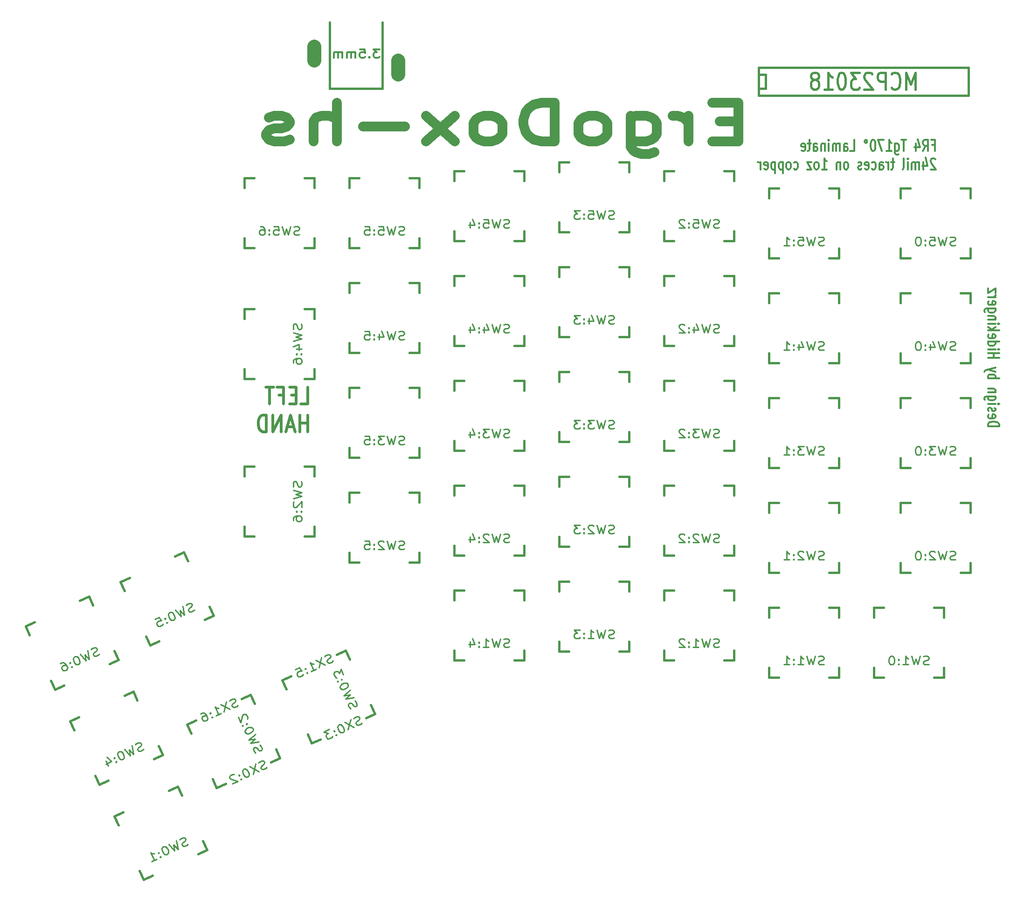
<source format=gbr>
G04 #@! TF.FileFunction,Legend,Bot*
%FSLAX46Y46*%
G04 Gerber Fmt 4.6, Leading zero omitted, Abs format (unit mm)*
G04 Created by KiCad (PCBNEW 4.0.7) date *
%MOMM*%
%LPD*%
G01*
G04 APERTURE LIST*
%ADD10C,0.150000*%
%ADD11C,1.750000*%
%ADD12C,0.508000*%
%ADD13C,0.304800*%
%ADD14C,0.381000*%
%ADD15C,2.540000*%
%ADD16C,0.457200*%
%ADD17C,0.254000*%
G04 APERTURE END LIST*
D10*
D11*
X155649047Y-48395000D02*
X152315713Y-48395000D01*
X150887142Y-52061667D02*
X155649047Y-52061667D01*
X155649047Y-45061667D01*
X150887142Y-45061667D01*
X146601428Y-52061667D02*
X146601428Y-47395000D01*
X146601428Y-48728333D02*
X146125237Y-48061667D01*
X145649047Y-47728333D01*
X144696666Y-47395000D01*
X143744285Y-47395000D01*
X136125237Y-47395000D02*
X136125237Y-53061667D01*
X136601428Y-53728333D01*
X137077618Y-54061667D01*
X138029999Y-54395000D01*
X139458571Y-54395000D01*
X140410952Y-54061667D01*
X136125237Y-51728333D02*
X137077618Y-52061667D01*
X138982380Y-52061667D01*
X139934761Y-51728333D01*
X140410952Y-51395000D01*
X140887142Y-50728333D01*
X140887142Y-48728333D01*
X140410952Y-48061667D01*
X139934761Y-47728333D01*
X138982380Y-47395000D01*
X137077618Y-47395000D01*
X136125237Y-47728333D01*
X129934761Y-52061667D02*
X130887142Y-51728333D01*
X131363333Y-51395000D01*
X131839523Y-50728333D01*
X131839523Y-48728333D01*
X131363333Y-48061667D01*
X130887142Y-47728333D01*
X129934761Y-47395000D01*
X128506190Y-47395000D01*
X127553809Y-47728333D01*
X127077618Y-48061667D01*
X126601428Y-48728333D01*
X126601428Y-50728333D01*
X127077618Y-51395000D01*
X127553809Y-51728333D01*
X128506190Y-52061667D01*
X129934761Y-52061667D01*
X122315714Y-52061667D02*
X122315714Y-45061667D01*
X119934761Y-45061667D01*
X118506190Y-45395000D01*
X117553809Y-46061667D01*
X117077618Y-46728333D01*
X116601428Y-48061667D01*
X116601428Y-49061667D01*
X117077618Y-50395000D01*
X117553809Y-51061667D01*
X118506190Y-51728333D01*
X119934761Y-52061667D01*
X122315714Y-52061667D01*
X110887142Y-52061667D02*
X111839523Y-51728333D01*
X112315714Y-51395000D01*
X112791904Y-50728333D01*
X112791904Y-48728333D01*
X112315714Y-48061667D01*
X111839523Y-47728333D01*
X110887142Y-47395000D01*
X109458571Y-47395000D01*
X108506190Y-47728333D01*
X108029999Y-48061667D01*
X107553809Y-48728333D01*
X107553809Y-50728333D01*
X108029999Y-51395000D01*
X108506190Y-51728333D01*
X109458571Y-52061667D01*
X110887142Y-52061667D01*
X104220476Y-52061667D02*
X98982380Y-47395000D01*
X104220476Y-47395000D02*
X98982380Y-52061667D01*
X95172857Y-49395000D02*
X87553809Y-49395000D01*
X82791905Y-52061667D02*
X82791905Y-45061667D01*
X78506190Y-52061667D02*
X78506190Y-48395000D01*
X78982381Y-47728333D01*
X79934762Y-47395000D01*
X81363333Y-47395000D01*
X82315714Y-47728333D01*
X82791905Y-48061667D01*
X74220476Y-51728333D02*
X73268095Y-52061667D01*
X71363333Y-52061667D01*
X70410952Y-51728333D01*
X69934762Y-51061667D01*
X69934762Y-50728333D01*
X70410952Y-50061667D01*
X71363333Y-49728333D01*
X72791905Y-49728333D01*
X73744286Y-49395000D01*
X74220476Y-48728333D01*
X74220476Y-48395000D01*
X73744286Y-47728333D01*
X72791905Y-47395000D01*
X71363333Y-47395000D01*
X70410952Y-47728333D01*
D12*
X76290714Y-99803857D02*
X77500238Y-99803857D01*
X77500238Y-96755857D01*
X75444048Y-98207286D02*
X74597381Y-98207286D01*
X74234524Y-99803857D02*
X75444048Y-99803857D01*
X75444048Y-96755857D01*
X74234524Y-96755857D01*
X72299286Y-98207286D02*
X73145953Y-98207286D01*
X73145953Y-99803857D02*
X73145953Y-96755857D01*
X71936429Y-96755857D01*
X71331667Y-96755857D02*
X69880239Y-96755857D01*
X70605953Y-99803857D02*
X70605953Y-96755857D01*
X77500238Y-104883857D02*
X77500238Y-101835857D01*
X77500238Y-103287286D02*
X76048810Y-103287286D01*
X76048810Y-104883857D02*
X76048810Y-101835857D01*
X74960238Y-104013000D02*
X73750715Y-104013000D01*
X75202143Y-104883857D02*
X74355477Y-101835857D01*
X73508810Y-104883857D01*
X72662143Y-104883857D02*
X72662143Y-101835857D01*
X71210715Y-104883857D01*
X71210715Y-101835857D01*
X70001191Y-104883857D02*
X70001191Y-101835857D01*
X69396429Y-101835857D01*
X69033572Y-101981000D01*
X68791667Y-102271286D01*
X68670715Y-102561571D01*
X68549763Y-103142143D01*
X68549763Y-103577571D01*
X68670715Y-104158143D01*
X68791667Y-104448429D01*
X69033572Y-104738714D01*
X69396429Y-104883857D01*
X70001191Y-104883857D01*
D13*
X190899143Y-52788457D02*
X191407143Y-52788457D01*
X191407143Y-53852838D02*
X191407143Y-51820838D01*
X190681429Y-51820838D01*
X189230000Y-53852838D02*
X189738000Y-52885219D01*
X190100857Y-53852838D02*
X190100857Y-51820838D01*
X189520285Y-51820838D01*
X189375143Y-51917600D01*
X189302571Y-52014362D01*
X189230000Y-52207886D01*
X189230000Y-52498171D01*
X189302571Y-52691695D01*
X189375143Y-52788457D01*
X189520285Y-52885219D01*
X190100857Y-52885219D01*
X187923714Y-52498171D02*
X187923714Y-53852838D01*
X188286571Y-51724076D02*
X188649428Y-53175505D01*
X187706000Y-53175505D01*
X186181999Y-51820838D02*
X185311142Y-51820838D01*
X185746571Y-53852838D02*
X185746571Y-51820838D01*
X184149999Y-52498171D02*
X184149999Y-54143124D01*
X184222570Y-54336648D01*
X184295142Y-54433410D01*
X184440285Y-54530171D01*
X184657999Y-54530171D01*
X184803142Y-54433410D01*
X184149999Y-53756076D02*
X184295142Y-53852838D01*
X184585428Y-53852838D01*
X184730570Y-53756076D01*
X184803142Y-53659314D01*
X184875713Y-53465790D01*
X184875713Y-52885219D01*
X184803142Y-52691695D01*
X184730570Y-52594933D01*
X184585428Y-52498171D01*
X184295142Y-52498171D01*
X184149999Y-52594933D01*
X182625999Y-53852838D02*
X183496856Y-53852838D01*
X183061428Y-53852838D02*
X183061428Y-51820838D01*
X183206571Y-52111124D01*
X183351713Y-52304648D01*
X183496856Y-52401410D01*
X182117999Y-51820838D02*
X181101999Y-51820838D01*
X181755142Y-53852838D01*
X180231141Y-51820838D02*
X180085998Y-51820838D01*
X179940855Y-51917600D01*
X179868284Y-52014362D01*
X179795713Y-52207886D01*
X179723141Y-52594933D01*
X179723141Y-53078743D01*
X179795713Y-53465790D01*
X179868284Y-53659314D01*
X179940855Y-53756076D01*
X180085998Y-53852838D01*
X180231141Y-53852838D01*
X180376284Y-53756076D01*
X180448855Y-53659314D01*
X180521427Y-53465790D01*
X180593998Y-53078743D01*
X180593998Y-52594933D01*
X180521427Y-52207886D01*
X180448855Y-52014362D01*
X180376284Y-51917600D01*
X180231141Y-51820838D01*
X178852284Y-51820838D02*
X178997426Y-51917600D01*
X179069998Y-52111124D01*
X178997426Y-52304648D01*
X178852284Y-52401410D01*
X178707141Y-52304648D01*
X178634569Y-52111124D01*
X178707141Y-51917600D01*
X178852284Y-51820838D01*
X176021998Y-53852838D02*
X176747712Y-53852838D01*
X176747712Y-51820838D01*
X174860855Y-53852838D02*
X174860855Y-52788457D01*
X174933426Y-52594933D01*
X175078569Y-52498171D01*
X175368855Y-52498171D01*
X175513998Y-52594933D01*
X174860855Y-53756076D02*
X175005998Y-53852838D01*
X175368855Y-53852838D01*
X175513998Y-53756076D01*
X175586569Y-53562552D01*
X175586569Y-53369029D01*
X175513998Y-53175505D01*
X175368855Y-53078743D01*
X175005998Y-53078743D01*
X174860855Y-52981981D01*
X174135141Y-53852838D02*
X174135141Y-52498171D01*
X174135141Y-52691695D02*
X174062569Y-52594933D01*
X173917427Y-52498171D01*
X173699712Y-52498171D01*
X173554569Y-52594933D01*
X173481998Y-52788457D01*
X173481998Y-53852838D01*
X173481998Y-52788457D02*
X173409427Y-52594933D01*
X173264284Y-52498171D01*
X173046569Y-52498171D01*
X172901427Y-52594933D01*
X172828855Y-52788457D01*
X172828855Y-53852838D01*
X172103141Y-53852838D02*
X172103141Y-52498171D01*
X172103141Y-51820838D02*
X172175712Y-51917600D01*
X172103141Y-52014362D01*
X172030569Y-51917600D01*
X172103141Y-51820838D01*
X172103141Y-52014362D01*
X171377427Y-52498171D02*
X171377427Y-53852838D01*
X171377427Y-52691695D02*
X171304855Y-52594933D01*
X171159713Y-52498171D01*
X170941998Y-52498171D01*
X170796855Y-52594933D01*
X170724284Y-52788457D01*
X170724284Y-53852838D01*
X169345427Y-53852838D02*
X169345427Y-52788457D01*
X169417998Y-52594933D01*
X169563141Y-52498171D01*
X169853427Y-52498171D01*
X169998570Y-52594933D01*
X169345427Y-53756076D02*
X169490570Y-53852838D01*
X169853427Y-53852838D01*
X169998570Y-53756076D01*
X170071141Y-53562552D01*
X170071141Y-53369029D01*
X169998570Y-53175505D01*
X169853427Y-53078743D01*
X169490570Y-53078743D01*
X169345427Y-52981981D01*
X168837427Y-52498171D02*
X168256856Y-52498171D01*
X168619713Y-51820838D02*
X168619713Y-53562552D01*
X168547141Y-53756076D01*
X168401999Y-53852838D01*
X168256856Y-53852838D01*
X167168284Y-53756076D02*
X167313427Y-53852838D01*
X167603713Y-53852838D01*
X167748856Y-53756076D01*
X167821427Y-53562552D01*
X167821427Y-52788457D01*
X167748856Y-52594933D01*
X167603713Y-52498171D01*
X167313427Y-52498171D01*
X167168284Y-52594933D01*
X167095713Y-52788457D01*
X167095713Y-52981981D01*
X167821427Y-53175505D01*
X191479714Y-55367162D02*
X191407143Y-55270400D01*
X191262000Y-55173638D01*
X190899143Y-55173638D01*
X190754000Y-55270400D01*
X190681429Y-55367162D01*
X190608857Y-55560686D01*
X190608857Y-55754210D01*
X190681429Y-56044495D01*
X191552286Y-57205638D01*
X190608857Y-57205638D01*
X189302571Y-55850971D02*
X189302571Y-57205638D01*
X189665428Y-55076876D02*
X190028285Y-56528305D01*
X189084857Y-56528305D01*
X188504285Y-57205638D02*
X188504285Y-55850971D01*
X188504285Y-56044495D02*
X188431713Y-55947733D01*
X188286571Y-55850971D01*
X188068856Y-55850971D01*
X187923713Y-55947733D01*
X187851142Y-56141257D01*
X187851142Y-57205638D01*
X187851142Y-56141257D02*
X187778571Y-55947733D01*
X187633428Y-55850971D01*
X187415713Y-55850971D01*
X187270571Y-55947733D01*
X187197999Y-56141257D01*
X187197999Y-57205638D01*
X186472285Y-57205638D02*
X186472285Y-55850971D01*
X186472285Y-55173638D02*
X186544856Y-55270400D01*
X186472285Y-55367162D01*
X186399713Y-55270400D01*
X186472285Y-55173638D01*
X186472285Y-55367162D01*
X185528857Y-57205638D02*
X185673999Y-57108876D01*
X185746571Y-56915352D01*
X185746571Y-55173638D01*
X184004856Y-55850971D02*
X183424285Y-55850971D01*
X183787142Y-55173638D02*
X183787142Y-56915352D01*
X183714570Y-57108876D01*
X183569428Y-57205638D01*
X183424285Y-57205638D01*
X182916285Y-57205638D02*
X182916285Y-55850971D01*
X182916285Y-56238019D02*
X182843713Y-56044495D01*
X182771142Y-55947733D01*
X182625999Y-55850971D01*
X182480856Y-55850971D01*
X181319713Y-57205638D02*
X181319713Y-56141257D01*
X181392284Y-55947733D01*
X181537427Y-55850971D01*
X181827713Y-55850971D01*
X181972856Y-55947733D01*
X181319713Y-57108876D02*
X181464856Y-57205638D01*
X181827713Y-57205638D01*
X181972856Y-57108876D01*
X182045427Y-56915352D01*
X182045427Y-56721829D01*
X181972856Y-56528305D01*
X181827713Y-56431543D01*
X181464856Y-56431543D01*
X181319713Y-56334781D01*
X179940856Y-57108876D02*
X180085999Y-57205638D01*
X180376285Y-57205638D01*
X180521427Y-57108876D01*
X180593999Y-57012114D01*
X180666570Y-56818590D01*
X180666570Y-56238019D01*
X180593999Y-56044495D01*
X180521427Y-55947733D01*
X180376285Y-55850971D01*
X180085999Y-55850971D01*
X179940856Y-55947733D01*
X178707141Y-57108876D02*
X178852284Y-57205638D01*
X179142570Y-57205638D01*
X179287713Y-57108876D01*
X179360284Y-56915352D01*
X179360284Y-56141257D01*
X179287713Y-55947733D01*
X179142570Y-55850971D01*
X178852284Y-55850971D01*
X178707141Y-55947733D01*
X178634570Y-56141257D01*
X178634570Y-56334781D01*
X179360284Y-56528305D01*
X178053998Y-57108876D02*
X177908855Y-57205638D01*
X177618570Y-57205638D01*
X177473427Y-57108876D01*
X177400855Y-56915352D01*
X177400855Y-56818590D01*
X177473427Y-56625067D01*
X177618570Y-56528305D01*
X177836284Y-56528305D01*
X177981427Y-56431543D01*
X178053998Y-56238019D01*
X178053998Y-56141257D01*
X177981427Y-55947733D01*
X177836284Y-55850971D01*
X177618570Y-55850971D01*
X177473427Y-55947733D01*
X175368856Y-57205638D02*
X175513998Y-57108876D01*
X175586570Y-57012114D01*
X175659141Y-56818590D01*
X175659141Y-56238019D01*
X175586570Y-56044495D01*
X175513998Y-55947733D01*
X175368856Y-55850971D01*
X175151141Y-55850971D01*
X175005998Y-55947733D01*
X174933427Y-56044495D01*
X174860856Y-56238019D01*
X174860856Y-56818590D01*
X174933427Y-57012114D01*
X175005998Y-57108876D01*
X175151141Y-57205638D01*
X175368856Y-57205638D01*
X174207713Y-55850971D02*
X174207713Y-57205638D01*
X174207713Y-56044495D02*
X174135141Y-55947733D01*
X173989999Y-55850971D01*
X173772284Y-55850971D01*
X173627141Y-55947733D01*
X173554570Y-56141257D01*
X173554570Y-57205638D01*
X170869427Y-57205638D02*
X171740284Y-57205638D01*
X171304856Y-57205638D02*
X171304856Y-55173638D01*
X171449999Y-55463924D01*
X171595141Y-55657448D01*
X171740284Y-55754210D01*
X169998570Y-57205638D02*
X170143712Y-57108876D01*
X170216284Y-57012114D01*
X170288855Y-56818590D01*
X170288855Y-56238019D01*
X170216284Y-56044495D01*
X170143712Y-55947733D01*
X169998570Y-55850971D01*
X169780855Y-55850971D01*
X169635712Y-55947733D01*
X169563141Y-56044495D01*
X169490570Y-56238019D01*
X169490570Y-56818590D01*
X169563141Y-57012114D01*
X169635712Y-57108876D01*
X169780855Y-57205638D01*
X169998570Y-57205638D01*
X168982570Y-55850971D02*
X168184284Y-55850971D01*
X168982570Y-57205638D01*
X168184284Y-57205638D01*
X165789427Y-57108876D02*
X165934570Y-57205638D01*
X166224856Y-57205638D01*
X166369998Y-57108876D01*
X166442570Y-57012114D01*
X166515141Y-56818590D01*
X166515141Y-56238019D01*
X166442570Y-56044495D01*
X166369998Y-55947733D01*
X166224856Y-55850971D01*
X165934570Y-55850971D01*
X165789427Y-55947733D01*
X164918570Y-57205638D02*
X165063712Y-57108876D01*
X165136284Y-57012114D01*
X165208855Y-56818590D01*
X165208855Y-56238019D01*
X165136284Y-56044495D01*
X165063712Y-55947733D01*
X164918570Y-55850971D01*
X164700855Y-55850971D01*
X164555712Y-55947733D01*
X164483141Y-56044495D01*
X164410570Y-56238019D01*
X164410570Y-56818590D01*
X164483141Y-57012114D01*
X164555712Y-57108876D01*
X164700855Y-57205638D01*
X164918570Y-57205638D01*
X163757427Y-55850971D02*
X163757427Y-57882971D01*
X163757427Y-55947733D02*
X163612284Y-55850971D01*
X163321998Y-55850971D01*
X163176855Y-55947733D01*
X163104284Y-56044495D01*
X163031713Y-56238019D01*
X163031713Y-56818590D01*
X163104284Y-57012114D01*
X163176855Y-57108876D01*
X163321998Y-57205638D01*
X163612284Y-57205638D01*
X163757427Y-57108876D01*
X162378570Y-55850971D02*
X162378570Y-57882971D01*
X162378570Y-55947733D02*
X162233427Y-55850971D01*
X161943141Y-55850971D01*
X161797998Y-55947733D01*
X161725427Y-56044495D01*
X161652856Y-56238019D01*
X161652856Y-56818590D01*
X161725427Y-57012114D01*
X161797998Y-57108876D01*
X161943141Y-57205638D01*
X162233427Y-57205638D01*
X162378570Y-57108876D01*
X160419141Y-57108876D02*
X160564284Y-57205638D01*
X160854570Y-57205638D01*
X160999713Y-57108876D01*
X161072284Y-56915352D01*
X161072284Y-56141257D01*
X160999713Y-55947733D01*
X160854570Y-55850971D01*
X160564284Y-55850971D01*
X160419141Y-55947733D01*
X160346570Y-56141257D01*
X160346570Y-56334781D01*
X161072284Y-56528305D01*
X159693427Y-57205638D02*
X159693427Y-55850971D01*
X159693427Y-56238019D02*
X159620855Y-56044495D01*
X159548284Y-55947733D01*
X159403141Y-55850971D01*
X159257998Y-55850971D01*
X201010762Y-103885999D02*
X203042762Y-103885999D01*
X203042762Y-103523142D01*
X202946000Y-103305427D01*
X202752476Y-103160285D01*
X202558952Y-103087713D01*
X202171905Y-103015142D01*
X201881619Y-103015142D01*
X201494571Y-103087713D01*
X201301048Y-103160285D01*
X201107524Y-103305427D01*
X201010762Y-103523142D01*
X201010762Y-103885999D01*
X201107524Y-101781427D02*
X201010762Y-101926570D01*
X201010762Y-102216856D01*
X201107524Y-102361999D01*
X201301048Y-102434570D01*
X202075143Y-102434570D01*
X202268667Y-102361999D01*
X202365429Y-102216856D01*
X202365429Y-101926570D01*
X202268667Y-101781427D01*
X202075143Y-101708856D01*
X201881619Y-101708856D01*
X201688095Y-102434570D01*
X201107524Y-101128284D02*
X201010762Y-100983141D01*
X201010762Y-100692856D01*
X201107524Y-100547713D01*
X201301048Y-100475141D01*
X201397810Y-100475141D01*
X201591333Y-100547713D01*
X201688095Y-100692856D01*
X201688095Y-100910570D01*
X201784857Y-101055713D01*
X201978381Y-101128284D01*
X202075143Y-101128284D01*
X202268667Y-101055713D01*
X202365429Y-100910570D01*
X202365429Y-100692856D01*
X202268667Y-100547713D01*
X201010762Y-99821999D02*
X202365429Y-99821999D01*
X203042762Y-99821999D02*
X202946000Y-99894570D01*
X202849238Y-99821999D01*
X202946000Y-99749427D01*
X203042762Y-99821999D01*
X202849238Y-99821999D01*
X202365429Y-98443142D02*
X200720476Y-98443142D01*
X200526952Y-98515713D01*
X200430190Y-98588285D01*
X200333429Y-98733428D01*
X200333429Y-98951142D01*
X200430190Y-99096285D01*
X201107524Y-98443142D02*
X201010762Y-98588285D01*
X201010762Y-98878571D01*
X201107524Y-99023713D01*
X201204286Y-99096285D01*
X201397810Y-99168856D01*
X201978381Y-99168856D01*
X202171905Y-99096285D01*
X202268667Y-99023713D01*
X202365429Y-98878571D01*
X202365429Y-98588285D01*
X202268667Y-98443142D01*
X202365429Y-97717428D02*
X201010762Y-97717428D01*
X202171905Y-97717428D02*
X202268667Y-97644856D01*
X202365429Y-97499714D01*
X202365429Y-97281999D01*
X202268667Y-97136856D01*
X202075143Y-97064285D01*
X201010762Y-97064285D01*
X201010762Y-95177428D02*
X203042762Y-95177428D01*
X202268667Y-95177428D02*
X202365429Y-95032285D01*
X202365429Y-94741999D01*
X202268667Y-94596856D01*
X202171905Y-94524285D01*
X201978381Y-94451714D01*
X201397810Y-94451714D01*
X201204286Y-94524285D01*
X201107524Y-94596856D01*
X201010762Y-94741999D01*
X201010762Y-95032285D01*
X201107524Y-95177428D01*
X202365429Y-93943714D02*
X201010762Y-93580857D01*
X202365429Y-93217999D02*
X201010762Y-93580857D01*
X200526952Y-93725999D01*
X200430190Y-93798571D01*
X200333429Y-93943714D01*
X201010762Y-91476285D02*
X203042762Y-91476285D01*
X202075143Y-91476285D02*
X202075143Y-90605428D01*
X201010762Y-90605428D02*
X203042762Y-90605428D01*
X201010762Y-89879714D02*
X202365429Y-89879714D01*
X203042762Y-89879714D02*
X202946000Y-89952285D01*
X202849238Y-89879714D01*
X202946000Y-89807142D01*
X203042762Y-89879714D01*
X202849238Y-89879714D01*
X201010762Y-88500857D02*
X203042762Y-88500857D01*
X201107524Y-88500857D02*
X201010762Y-88646000D01*
X201010762Y-88936286D01*
X201107524Y-89081428D01*
X201204286Y-89154000D01*
X201397810Y-89226571D01*
X201978381Y-89226571D01*
X202171905Y-89154000D01*
X202268667Y-89081428D01*
X202365429Y-88936286D01*
X202365429Y-88646000D01*
X202268667Y-88500857D01*
X201107524Y-87194571D02*
X201010762Y-87339714D01*
X201010762Y-87630000D01*
X201107524Y-87775143D01*
X201301048Y-87847714D01*
X202075143Y-87847714D01*
X202268667Y-87775143D01*
X202365429Y-87630000D01*
X202365429Y-87339714D01*
X202268667Y-87194571D01*
X202075143Y-87122000D01*
X201881619Y-87122000D01*
X201688095Y-87847714D01*
X201010762Y-86468857D02*
X203042762Y-86468857D01*
X201784857Y-86323714D02*
X201010762Y-85888285D01*
X202365429Y-85888285D02*
X201591333Y-86468857D01*
X201010762Y-85235143D02*
X202365429Y-85235143D01*
X203042762Y-85235143D02*
X202946000Y-85307714D01*
X202849238Y-85235143D01*
X202946000Y-85162571D01*
X203042762Y-85235143D01*
X202849238Y-85235143D01*
X202365429Y-84509429D02*
X201010762Y-84509429D01*
X202171905Y-84509429D02*
X202268667Y-84436857D01*
X202365429Y-84291715D01*
X202365429Y-84074000D01*
X202268667Y-83928857D01*
X202075143Y-83856286D01*
X201010762Y-83856286D01*
X202365429Y-82477429D02*
X200720476Y-82477429D01*
X200526952Y-82550000D01*
X200430190Y-82622572D01*
X200333429Y-82767715D01*
X200333429Y-82985429D01*
X200430190Y-83130572D01*
X201107524Y-82477429D02*
X201010762Y-82622572D01*
X201010762Y-82912858D01*
X201107524Y-83058000D01*
X201204286Y-83130572D01*
X201397810Y-83203143D01*
X201978381Y-83203143D01*
X202171905Y-83130572D01*
X202268667Y-83058000D01*
X202365429Y-82912858D01*
X202365429Y-82622572D01*
X202268667Y-82477429D01*
X201107524Y-81171143D02*
X201010762Y-81316286D01*
X201010762Y-81606572D01*
X201107524Y-81751715D01*
X201301048Y-81824286D01*
X202075143Y-81824286D01*
X202268667Y-81751715D01*
X202365429Y-81606572D01*
X202365429Y-81316286D01*
X202268667Y-81171143D01*
X202075143Y-81098572D01*
X201881619Y-81098572D01*
X201688095Y-81824286D01*
X201010762Y-80445429D02*
X202365429Y-80445429D01*
X201978381Y-80445429D02*
X202171905Y-80372857D01*
X202268667Y-80300286D01*
X202365429Y-80155143D01*
X202365429Y-80010000D01*
X202365429Y-79647143D02*
X202365429Y-78848857D01*
X201010762Y-79647143D01*
X201010762Y-78848857D01*
D14*
X159385000Y-43815000D02*
X197485000Y-43815000D01*
X197485000Y-43815000D02*
X197485000Y-38735000D01*
X197485000Y-38735000D02*
X159385000Y-38735000D01*
X159385000Y-38735000D02*
X159385000Y-43815000D01*
X159385000Y-42545000D02*
X160655000Y-42545000D01*
X160655000Y-42545000D02*
X160655000Y-40005000D01*
X160655000Y-40005000D02*
X159385000Y-40005000D01*
D15*
X78740000Y-37465000D02*
X78740000Y-34925000D01*
X93980000Y-40005000D02*
X93980000Y-37465000D01*
D14*
X91109800Y-30480000D02*
X91109800Y-42545000D01*
X91109800Y-42545000D02*
X81508600Y-42545000D01*
X81508600Y-42545000D02*
X81508600Y-30480000D01*
X66040000Y-58750200D02*
X67818000Y-58750200D01*
X76962000Y-58750200D02*
X78740000Y-58750200D01*
X78740000Y-58750200D02*
X78740000Y-60528200D01*
X78740000Y-69672200D02*
X78740000Y-71450200D01*
X78740000Y-71450200D02*
X76962000Y-71450200D01*
X67818000Y-71450200D02*
X66040000Y-71450200D01*
X66040000Y-71450200D02*
X66040000Y-69672200D01*
X66040000Y-60528200D02*
X66040000Y-58750200D01*
X66040000Y-95260160D02*
X66040000Y-93482160D01*
X66040000Y-84338160D02*
X66040000Y-82560160D01*
X66040000Y-82560160D02*
X67818000Y-82560160D01*
X76962000Y-82560160D02*
X78740000Y-82560160D01*
X78740000Y-82560160D02*
X78740000Y-84338160D01*
X78740000Y-93482160D02*
X78740000Y-95260160D01*
X78740000Y-95260160D02*
X76962000Y-95260160D01*
X67818000Y-95260160D02*
X66040000Y-95260160D01*
X66040000Y-123835160D02*
X66040000Y-122057160D01*
X66040000Y-112913160D02*
X66040000Y-111135160D01*
X66040000Y-111135160D02*
X67818000Y-111135160D01*
X76962000Y-111135160D02*
X78740000Y-111135160D01*
X78740000Y-111135160D02*
X78740000Y-112913160D01*
X78740000Y-122057160D02*
X78740000Y-123835160D01*
X78740000Y-123835160D02*
X76962000Y-123835160D01*
X67818000Y-123835160D02*
X66040000Y-123835160D01*
X180340000Y-136852660D02*
X182118000Y-136852660D01*
X191262000Y-136852660D02*
X193040000Y-136852660D01*
X193040000Y-136852660D02*
X193040000Y-138630660D01*
X193040000Y-147774660D02*
X193040000Y-149552660D01*
X193040000Y-149552660D02*
X191262000Y-149552660D01*
X182118000Y-149552660D02*
X180340000Y-149552660D01*
X180340000Y-149552660D02*
X180340000Y-147774660D01*
X180340000Y-138630660D02*
X180340000Y-136852660D01*
X85090000Y-77797660D02*
X86868000Y-77797660D01*
X96012000Y-77797660D02*
X97790000Y-77797660D01*
X97790000Y-77797660D02*
X97790000Y-79575660D01*
X97790000Y-88719660D02*
X97790000Y-90497660D01*
X97790000Y-90497660D02*
X96012000Y-90497660D01*
X86868000Y-90497660D02*
X85090000Y-90497660D01*
X85090000Y-90497660D02*
X85090000Y-88719660D01*
X85090000Y-79575660D02*
X85090000Y-77797660D01*
X34309520Y-157461652D02*
X35920935Y-156710236D01*
X44208213Y-152845815D02*
X45819628Y-152094400D01*
X45819628Y-152094400D02*
X46571044Y-153705815D01*
X50435465Y-161993093D02*
X51186880Y-163604508D01*
X51186880Y-163604508D02*
X49575465Y-164355924D01*
X41288187Y-168220345D02*
X39676772Y-168971760D01*
X39676772Y-168971760D02*
X38925356Y-167360345D01*
X35060935Y-159073067D02*
X34309520Y-157461652D01*
X42361320Y-174728572D02*
X43972735Y-173977156D01*
X52260013Y-170112735D02*
X53871428Y-169361320D01*
X53871428Y-169361320D02*
X54622844Y-170972735D01*
X58487265Y-179260013D02*
X59238680Y-180871428D01*
X59238680Y-180871428D02*
X57627265Y-181622844D01*
X49339987Y-185487265D02*
X47728572Y-186238680D01*
X47728572Y-186238680D02*
X46977156Y-184627265D01*
X43112735Y-176339987D02*
X42361320Y-174728572D01*
X26260260Y-140197272D02*
X27871675Y-139445856D01*
X36158953Y-135581435D02*
X37770368Y-134830020D01*
X37770368Y-134830020D02*
X38521784Y-136441435D01*
X42386205Y-144728713D02*
X43137620Y-146340128D01*
X43137620Y-146340128D02*
X41526205Y-147091544D01*
X33238927Y-150955965D02*
X31627512Y-151707380D01*
X31627512Y-151707380D02*
X30876096Y-150095965D01*
X27011675Y-141808687D02*
X26260260Y-140197272D01*
X43524640Y-132148012D02*
X45136055Y-131396596D01*
X53423333Y-127532175D02*
X55034748Y-126780760D01*
X55034748Y-126780760D02*
X55786164Y-128392175D01*
X59650585Y-136679453D02*
X60402000Y-138290868D01*
X60402000Y-138290868D02*
X58790585Y-139042284D01*
X50503307Y-142906705D02*
X48891892Y-143658120D01*
X48891892Y-143658120D02*
X48140476Y-142046705D01*
X44276055Y-133759427D02*
X43524640Y-132148012D01*
X161290000Y-60655200D02*
X163068000Y-60655200D01*
X172212000Y-60655200D02*
X173990000Y-60655200D01*
X173990000Y-60655200D02*
X173990000Y-62433200D01*
X173990000Y-71577200D02*
X173990000Y-73355200D01*
X173990000Y-73355200D02*
X172212000Y-73355200D01*
X163068000Y-73355200D02*
X161290000Y-73355200D01*
X161290000Y-73355200D02*
X161290000Y-71577200D01*
X161290000Y-62433200D02*
X161290000Y-60655200D01*
X142240000Y-57477660D02*
X144018000Y-57477660D01*
X153162000Y-57477660D02*
X154940000Y-57477660D01*
X154940000Y-57477660D02*
X154940000Y-59255660D01*
X154940000Y-68399660D02*
X154940000Y-70177660D01*
X154940000Y-70177660D02*
X153162000Y-70177660D01*
X144018000Y-70177660D02*
X142240000Y-70177660D01*
X142240000Y-70177660D02*
X142240000Y-68399660D01*
X142240000Y-59255660D02*
X142240000Y-57477660D01*
X123190000Y-55880000D02*
X124968000Y-55880000D01*
X134112000Y-55880000D02*
X135890000Y-55880000D01*
X135890000Y-55880000D02*
X135890000Y-57658000D01*
X135890000Y-66802000D02*
X135890000Y-68580000D01*
X135890000Y-68580000D02*
X134112000Y-68580000D01*
X124968000Y-68580000D02*
X123190000Y-68580000D01*
X123190000Y-68580000D02*
X123190000Y-66802000D01*
X123190000Y-57658000D02*
X123190000Y-55880000D01*
X104140000Y-57477660D02*
X105918000Y-57477660D01*
X115062000Y-57477660D02*
X116840000Y-57477660D01*
X116840000Y-57477660D02*
X116840000Y-59255660D01*
X116840000Y-68399660D02*
X116840000Y-70177660D01*
X116840000Y-70177660D02*
X115062000Y-70177660D01*
X105918000Y-70177660D02*
X104140000Y-70177660D01*
X104140000Y-70177660D02*
X104140000Y-68399660D01*
X104140000Y-59255660D02*
X104140000Y-57477660D01*
X142240000Y-133677660D02*
X144018000Y-133677660D01*
X153162000Y-133677660D02*
X154940000Y-133677660D01*
X154940000Y-133677660D02*
X154940000Y-135455660D01*
X154940000Y-144599660D02*
X154940000Y-146377660D01*
X154940000Y-146377660D02*
X153162000Y-146377660D01*
X144018000Y-146377660D02*
X142240000Y-146377660D01*
X142240000Y-146377660D02*
X142240000Y-144599660D01*
X142240000Y-135455660D02*
X142240000Y-133677660D01*
X161290000Y-79702660D02*
X163068000Y-79702660D01*
X172212000Y-79702660D02*
X173990000Y-79702660D01*
X173990000Y-79702660D02*
X173990000Y-81480660D01*
X173990000Y-90624660D02*
X173990000Y-92402660D01*
X173990000Y-92402660D02*
X172212000Y-92402660D01*
X163068000Y-92402660D02*
X161290000Y-92402660D01*
X161290000Y-92402660D02*
X161290000Y-90624660D01*
X161290000Y-81480660D02*
X161290000Y-79702660D01*
X123190000Y-74930000D02*
X124968000Y-74930000D01*
X134112000Y-74930000D02*
X135890000Y-74930000D01*
X135890000Y-74930000D02*
X135890000Y-76708000D01*
X135890000Y-85852000D02*
X135890000Y-87630000D01*
X135890000Y-87630000D02*
X134112000Y-87630000D01*
X124968000Y-87630000D02*
X123190000Y-87630000D01*
X123190000Y-87630000D02*
X123190000Y-85852000D01*
X123190000Y-76708000D02*
X123190000Y-74930000D01*
X104140000Y-76527660D02*
X105918000Y-76527660D01*
X115062000Y-76527660D02*
X116840000Y-76527660D01*
X116840000Y-76527660D02*
X116840000Y-78305660D01*
X116840000Y-87449660D02*
X116840000Y-89227660D01*
X116840000Y-89227660D02*
X115062000Y-89227660D01*
X105918000Y-89227660D02*
X104140000Y-89227660D01*
X104140000Y-89227660D02*
X104140000Y-87449660D01*
X104140000Y-78305660D02*
X104140000Y-76527660D01*
X161290000Y-98752660D02*
X163068000Y-98752660D01*
X172212000Y-98752660D02*
X173990000Y-98752660D01*
X173990000Y-98752660D02*
X173990000Y-100530660D01*
X173990000Y-109674660D02*
X173990000Y-111452660D01*
X173990000Y-111452660D02*
X172212000Y-111452660D01*
X163068000Y-111452660D02*
X161290000Y-111452660D01*
X161290000Y-111452660D02*
X161290000Y-109674660D01*
X161290000Y-100530660D02*
X161290000Y-98752660D01*
X142240000Y-95577660D02*
X144018000Y-95577660D01*
X153162000Y-95577660D02*
X154940000Y-95577660D01*
X154940000Y-95577660D02*
X154940000Y-97355660D01*
X154940000Y-106499660D02*
X154940000Y-108277660D01*
X154940000Y-108277660D02*
X153162000Y-108277660D01*
X144018000Y-108277660D02*
X142240000Y-108277660D01*
X142240000Y-108277660D02*
X142240000Y-106499660D01*
X142240000Y-97355660D02*
X142240000Y-95577660D01*
X123190000Y-93980000D02*
X124968000Y-93980000D01*
X134112000Y-93980000D02*
X135890000Y-93980000D01*
X135890000Y-93980000D02*
X135890000Y-95758000D01*
X135890000Y-104902000D02*
X135890000Y-106680000D01*
X135890000Y-106680000D02*
X134112000Y-106680000D01*
X124968000Y-106680000D02*
X123190000Y-106680000D01*
X123190000Y-106680000D02*
X123190000Y-104902000D01*
X123190000Y-95758000D02*
X123190000Y-93980000D01*
X104140000Y-95577660D02*
X105918000Y-95577660D01*
X115062000Y-95577660D02*
X116840000Y-95577660D01*
X116840000Y-95577660D02*
X116840000Y-97355660D01*
X116840000Y-106499660D02*
X116840000Y-108277660D01*
X116840000Y-108277660D02*
X115062000Y-108277660D01*
X105918000Y-108277660D02*
X104140000Y-108277660D01*
X104140000Y-108277660D02*
X104140000Y-106499660D01*
X104140000Y-97355660D02*
X104140000Y-95577660D01*
X85090000Y-96847660D02*
X86868000Y-96847660D01*
X96012000Y-96847660D02*
X97790000Y-96847660D01*
X97790000Y-96847660D02*
X97790000Y-98625660D01*
X97790000Y-107769660D02*
X97790000Y-109547660D01*
X97790000Y-109547660D02*
X96012000Y-109547660D01*
X86868000Y-109547660D02*
X85090000Y-109547660D01*
X85090000Y-109547660D02*
X85090000Y-107769660D01*
X85090000Y-98625660D02*
X85090000Y-96847660D01*
X161290000Y-117802660D02*
X163068000Y-117802660D01*
X172212000Y-117802660D02*
X173990000Y-117802660D01*
X173990000Y-117802660D02*
X173990000Y-119580660D01*
X173990000Y-128724660D02*
X173990000Y-130502660D01*
X173990000Y-130502660D02*
X172212000Y-130502660D01*
X163068000Y-130502660D02*
X161290000Y-130502660D01*
X161290000Y-130502660D02*
X161290000Y-128724660D01*
X161290000Y-119580660D02*
X161290000Y-117802660D01*
X142240000Y-114627660D02*
X144018000Y-114627660D01*
X153162000Y-114627660D02*
X154940000Y-114627660D01*
X154940000Y-114627660D02*
X154940000Y-116405660D01*
X154940000Y-125549660D02*
X154940000Y-127327660D01*
X154940000Y-127327660D02*
X153162000Y-127327660D01*
X144018000Y-127327660D02*
X142240000Y-127327660D01*
X142240000Y-127327660D02*
X142240000Y-125549660D01*
X142240000Y-116405660D02*
X142240000Y-114627660D01*
X123190000Y-113030000D02*
X124968000Y-113030000D01*
X134112000Y-113030000D02*
X135890000Y-113030000D01*
X135890000Y-113030000D02*
X135890000Y-114808000D01*
X135890000Y-123952000D02*
X135890000Y-125730000D01*
X135890000Y-125730000D02*
X134112000Y-125730000D01*
X124968000Y-125730000D02*
X123190000Y-125730000D01*
X123190000Y-125730000D02*
X123190000Y-123952000D01*
X123190000Y-114808000D02*
X123190000Y-113030000D01*
X104140000Y-114627660D02*
X105918000Y-114627660D01*
X115062000Y-114627660D02*
X116840000Y-114627660D01*
X116840000Y-114627660D02*
X116840000Y-116405660D01*
X116840000Y-125549660D02*
X116840000Y-127327660D01*
X116840000Y-127327660D02*
X115062000Y-127327660D01*
X105918000Y-127327660D02*
X104140000Y-127327660D01*
X104140000Y-127327660D02*
X104140000Y-125549660D01*
X104140000Y-116405660D02*
X104140000Y-114627660D01*
X85090000Y-115897660D02*
X86868000Y-115897660D01*
X96012000Y-115897660D02*
X97790000Y-115897660D01*
X97790000Y-115897660D02*
X97790000Y-117675660D01*
X97790000Y-126819660D02*
X97790000Y-128597660D01*
X97790000Y-128597660D02*
X96012000Y-128597660D01*
X86868000Y-128597660D02*
X85090000Y-128597660D01*
X85090000Y-128597660D02*
X85090000Y-126819660D01*
X85090000Y-117675660D02*
X85090000Y-115897660D01*
X161290000Y-136852660D02*
X163068000Y-136852660D01*
X172212000Y-136852660D02*
X173990000Y-136852660D01*
X173990000Y-136852660D02*
X173990000Y-138630660D01*
X173990000Y-147774660D02*
X173990000Y-149552660D01*
X173990000Y-149552660D02*
X172212000Y-149552660D01*
X163068000Y-149552660D02*
X161290000Y-149552660D01*
X161290000Y-149552660D02*
X161290000Y-147774660D01*
X161290000Y-138630660D02*
X161290000Y-136852660D01*
X123190000Y-132080000D02*
X124968000Y-132080000D01*
X134112000Y-132080000D02*
X135890000Y-132080000D01*
X135890000Y-132080000D02*
X135890000Y-133858000D01*
X135890000Y-143002000D02*
X135890000Y-144780000D01*
X135890000Y-144780000D02*
X134112000Y-144780000D01*
X124968000Y-144780000D02*
X123190000Y-144780000D01*
X123190000Y-144780000D02*
X123190000Y-143002000D01*
X123190000Y-133858000D02*
X123190000Y-132080000D01*
X104140000Y-133677660D02*
X105918000Y-133677660D01*
X115062000Y-133677660D02*
X116840000Y-133677660D01*
X116840000Y-133677660D02*
X116840000Y-135455660D01*
X116840000Y-144599660D02*
X116840000Y-146377660D01*
X116840000Y-146377660D02*
X115062000Y-146377660D01*
X105918000Y-146377660D02*
X104140000Y-146377660D01*
X104140000Y-146377660D02*
X104140000Y-144599660D01*
X104140000Y-135455660D02*
X104140000Y-133677660D01*
X78231432Y-161504160D02*
X77480016Y-159892745D01*
X73615595Y-151605467D02*
X72864180Y-149994052D01*
X72864180Y-149994052D02*
X74475595Y-149242636D01*
X82762873Y-145378215D02*
X84374288Y-144626800D01*
X84374288Y-144626800D02*
X85125704Y-146238215D01*
X88990125Y-154525493D02*
X89741540Y-156136908D01*
X89741540Y-156136908D02*
X88130125Y-156888324D01*
X79842847Y-160752745D02*
X78231432Y-161504160D01*
X60967052Y-169555960D02*
X60215636Y-167944545D01*
X56351215Y-159657267D02*
X55599800Y-158045852D01*
X55599800Y-158045852D02*
X57211215Y-157294436D01*
X65498493Y-153430015D02*
X67109908Y-152678600D01*
X67109908Y-152678600D02*
X67861324Y-154290015D01*
X71725745Y-162577293D02*
X72477160Y-164188708D01*
X72477160Y-164188708D02*
X70865745Y-164940124D01*
X62578467Y-168804545D02*
X60967052Y-169555960D01*
X142240000Y-76527660D02*
X144018000Y-76527660D01*
X153162000Y-76527660D02*
X154940000Y-76527660D01*
X154940000Y-76527660D02*
X154940000Y-78305660D01*
X154940000Y-87449660D02*
X154940000Y-89227660D01*
X154940000Y-89227660D02*
X153162000Y-89227660D01*
X144018000Y-89227660D02*
X142240000Y-89227660D01*
X142240000Y-89227660D02*
X142240000Y-87449660D01*
X142240000Y-78305660D02*
X142240000Y-76527660D01*
X85090000Y-58750200D02*
X86868000Y-58750200D01*
X96012000Y-58750200D02*
X97790000Y-58750200D01*
X97790000Y-58750200D02*
X97790000Y-60528200D01*
X97790000Y-69672200D02*
X97790000Y-71450200D01*
X97790000Y-71450200D02*
X96012000Y-71450200D01*
X86868000Y-71450200D02*
X85090000Y-71450200D01*
X85090000Y-71450200D02*
X85090000Y-69672200D01*
X85090000Y-60528200D02*
X85090000Y-58750200D01*
X185102500Y-60655200D02*
X186880500Y-60655200D01*
X196024500Y-60655200D02*
X197802500Y-60655200D01*
X197802500Y-60655200D02*
X197802500Y-62433200D01*
X197802500Y-71577200D02*
X197802500Y-73355200D01*
X197802500Y-73355200D02*
X196024500Y-73355200D01*
X186880500Y-73355200D02*
X185102500Y-73355200D01*
X185102500Y-73355200D02*
X185102500Y-71577200D01*
X185102500Y-62433200D02*
X185102500Y-60655200D01*
X185102500Y-79702660D02*
X186880500Y-79702660D01*
X196024500Y-79702660D02*
X197802500Y-79702660D01*
X197802500Y-79702660D02*
X197802500Y-81480660D01*
X197802500Y-90624660D02*
X197802500Y-92402660D01*
X197802500Y-92402660D02*
X196024500Y-92402660D01*
X186880500Y-92402660D02*
X185102500Y-92402660D01*
X185102500Y-92402660D02*
X185102500Y-90624660D01*
X185102500Y-81480660D02*
X185102500Y-79702660D01*
X185102500Y-98752660D02*
X186880500Y-98752660D01*
X196024500Y-98752660D02*
X197802500Y-98752660D01*
X197802500Y-98752660D02*
X197802500Y-100530660D01*
X197802500Y-109674660D02*
X197802500Y-111452660D01*
X197802500Y-111452660D02*
X196024500Y-111452660D01*
X186880500Y-111452660D02*
X185102500Y-111452660D01*
X185102500Y-111452660D02*
X185102500Y-109674660D01*
X185102500Y-100530660D02*
X185102500Y-98752660D01*
X185102500Y-117802660D02*
X186880500Y-117802660D01*
X196024500Y-117802660D02*
X197802500Y-117802660D01*
X197802500Y-117802660D02*
X197802500Y-119580660D01*
X197802500Y-128724660D02*
X197802500Y-130502660D01*
X197802500Y-130502660D02*
X196024500Y-130502660D01*
X186880500Y-130502660D02*
X185102500Y-130502660D01*
X185102500Y-130502660D02*
X185102500Y-128724660D01*
X185102500Y-119580660D02*
X185102500Y-117802660D01*
D16*
X187869286Y-42653857D02*
X187869286Y-39605857D01*
X187022619Y-41783000D01*
X186175953Y-39605857D01*
X186175953Y-42653857D01*
X183515001Y-42363571D02*
X183635953Y-42508714D01*
X183998810Y-42653857D01*
X184240715Y-42653857D01*
X184603572Y-42508714D01*
X184845477Y-42218429D01*
X184966429Y-41928143D01*
X185087381Y-41347571D01*
X185087381Y-40912143D01*
X184966429Y-40331571D01*
X184845477Y-40041286D01*
X184603572Y-39751000D01*
X184240715Y-39605857D01*
X183998810Y-39605857D01*
X183635953Y-39751000D01*
X183515001Y-39896143D01*
X182426429Y-42653857D02*
X182426429Y-39605857D01*
X181458810Y-39605857D01*
X181216905Y-39751000D01*
X181095953Y-39896143D01*
X180975001Y-40186429D01*
X180975001Y-40621857D01*
X181095953Y-40912143D01*
X181216905Y-41057286D01*
X181458810Y-41202429D01*
X182426429Y-41202429D01*
X180007381Y-39896143D02*
X179886429Y-39751000D01*
X179644524Y-39605857D01*
X179039762Y-39605857D01*
X178797858Y-39751000D01*
X178676905Y-39896143D01*
X178555953Y-40186429D01*
X178555953Y-40476714D01*
X178676905Y-40912143D01*
X180128334Y-42653857D01*
X178555953Y-42653857D01*
X177709286Y-39605857D02*
X176136905Y-39605857D01*
X176983572Y-40767000D01*
X176620714Y-40767000D01*
X176378810Y-40912143D01*
X176257857Y-41057286D01*
X176136905Y-41347571D01*
X176136905Y-42073286D01*
X176257857Y-42363571D01*
X176378810Y-42508714D01*
X176620714Y-42653857D01*
X177346429Y-42653857D01*
X177588333Y-42508714D01*
X177709286Y-42363571D01*
X174564524Y-39605857D02*
X174322619Y-39605857D01*
X174080714Y-39751000D01*
X173959762Y-39896143D01*
X173838809Y-40186429D01*
X173717857Y-40767000D01*
X173717857Y-41492714D01*
X173838809Y-42073286D01*
X173959762Y-42363571D01*
X174080714Y-42508714D01*
X174322619Y-42653857D01*
X174564524Y-42653857D01*
X174806428Y-42508714D01*
X174927381Y-42363571D01*
X175048333Y-42073286D01*
X175169285Y-41492714D01*
X175169285Y-40767000D01*
X175048333Y-40186429D01*
X174927381Y-39896143D01*
X174806428Y-39751000D01*
X174564524Y-39605857D01*
X171298809Y-42653857D02*
X172750237Y-42653857D01*
X172024523Y-42653857D02*
X172024523Y-39605857D01*
X172266428Y-40041286D01*
X172508333Y-40331571D01*
X172750237Y-40476714D01*
X169847380Y-40912143D02*
X170089285Y-40767000D01*
X170210237Y-40621857D01*
X170331189Y-40331571D01*
X170331189Y-40186429D01*
X170210237Y-39896143D01*
X170089285Y-39751000D01*
X169847380Y-39605857D01*
X169363570Y-39605857D01*
X169121666Y-39751000D01*
X169000713Y-39896143D01*
X168879761Y-40186429D01*
X168879761Y-40331571D01*
X169000713Y-40621857D01*
X169121666Y-40767000D01*
X169363570Y-40912143D01*
X169847380Y-40912143D01*
X170089285Y-41057286D01*
X170210237Y-41202429D01*
X170331189Y-41492714D01*
X170331189Y-42073286D01*
X170210237Y-42363571D01*
X170089285Y-42508714D01*
X169847380Y-42653857D01*
X169363570Y-42653857D01*
X169121666Y-42508714D01*
X169000713Y-42363571D01*
X168879761Y-42073286D01*
X168879761Y-41492714D01*
X169000713Y-41202429D01*
X169121666Y-41057286D01*
X169363570Y-40912143D01*
D17*
X82081776Y-146516662D02*
X81882244Y-146689780D01*
X81498574Y-146868688D01*
X81314436Y-146874479D01*
X81207032Y-146844489D01*
X81068958Y-146748726D01*
X81007618Y-146617182D01*
X81023012Y-146449856D01*
X81069076Y-146348303D01*
X81191874Y-146210967D01*
X81468141Y-146002068D01*
X81590938Y-145864732D01*
X81637003Y-145763179D01*
X81652396Y-145595853D01*
X81591056Y-145464309D01*
X81452982Y-145368546D01*
X81345578Y-145338556D01*
X81161441Y-145344348D01*
X80777770Y-145523257D01*
X80578237Y-145696373D01*
X80010430Y-145881073D02*
X79580223Y-147763230D01*
X78936153Y-146382017D02*
X80654500Y-147262286D01*
X78122276Y-148443082D02*
X79043085Y-148013701D01*
X78582680Y-148228392D02*
X77938610Y-146847178D01*
X78184089Y-146972931D01*
X78398897Y-147032912D01*
X78583034Y-147027120D01*
X77370330Y-148633572D02*
X77324266Y-148735126D01*
X77431670Y-148765116D01*
X77477734Y-148663562D01*
X77370330Y-148633572D01*
X77431670Y-148765116D01*
X77032960Y-147910079D02*
X76986896Y-148011633D01*
X77094300Y-148041624D01*
X77140363Y-147940070D01*
X77032960Y-147910079D01*
X77094300Y-148041624D01*
X75252918Y-148099537D02*
X76020259Y-147741720D01*
X76403693Y-148363659D01*
X76296289Y-148333668D01*
X76112150Y-148339460D01*
X75728480Y-148518368D01*
X75605682Y-148655703D01*
X75559618Y-148757257D01*
X75544224Y-148924583D01*
X75697574Y-149253444D01*
X75835649Y-149349206D01*
X75943053Y-149379196D01*
X76127191Y-149373405D01*
X76510861Y-149194497D01*
X76633659Y-149057161D01*
X76679723Y-148955608D01*
X64817396Y-154568462D02*
X64617864Y-154741580D01*
X64234194Y-154920488D01*
X64050056Y-154926279D01*
X63942652Y-154896289D01*
X63804578Y-154800526D01*
X63743238Y-154668982D01*
X63758632Y-154501656D01*
X63804696Y-154400103D01*
X63927494Y-154262767D01*
X64203761Y-154053868D01*
X64326558Y-153916532D01*
X64372623Y-153814979D01*
X64388016Y-153647653D01*
X64326676Y-153516109D01*
X64188602Y-153420346D01*
X64081198Y-153390356D01*
X63897061Y-153396148D01*
X63513390Y-153575057D01*
X63313857Y-153748173D01*
X62746050Y-153932873D02*
X62315843Y-155815030D01*
X61671773Y-154433817D02*
X63390120Y-155314086D01*
X60857896Y-156494882D02*
X61778705Y-156065501D01*
X61318300Y-156280192D02*
X60674230Y-154898978D01*
X60919709Y-155024731D01*
X61134517Y-155084712D01*
X61318654Y-155078920D01*
X60105950Y-156685372D02*
X60059886Y-156786926D01*
X60167290Y-156816916D01*
X60213354Y-156715362D01*
X60105950Y-156685372D01*
X60167290Y-156816916D01*
X59768580Y-155961879D02*
X59722516Y-156063433D01*
X59829920Y-156093424D01*
X59875983Y-155991870D01*
X59768580Y-155961879D01*
X59829920Y-156093424D01*
X58065273Y-156115555D02*
X58372208Y-155972429D01*
X58556347Y-155966637D01*
X58663750Y-155996627D01*
X58909229Y-156122380D01*
X59108642Y-156349686D01*
X59354003Y-156875863D01*
X59338609Y-157043189D01*
X59292545Y-157144743D01*
X59169747Y-157282078D01*
X58862811Y-157425205D01*
X58678673Y-157430996D01*
X58571269Y-157401006D01*
X58433194Y-157305244D01*
X58279844Y-156976383D01*
X58295238Y-156809057D01*
X58341302Y-156707503D01*
X58464100Y-156570168D01*
X58771037Y-156427041D01*
X58955175Y-156421250D01*
X59062579Y-156451240D01*
X59200653Y-156547003D01*
X87342604Y-157798326D02*
X87143072Y-157971444D01*
X86759402Y-158150352D01*
X86575264Y-158156143D01*
X86467860Y-158126153D01*
X86329786Y-158030390D01*
X86268446Y-157898846D01*
X86283840Y-157731520D01*
X86329904Y-157629967D01*
X86452702Y-157492631D01*
X86728969Y-157283732D01*
X86851766Y-157146396D01*
X86897831Y-157044843D01*
X86913224Y-156877517D01*
X86851884Y-156745973D01*
X86713810Y-156650210D01*
X86606406Y-156620220D01*
X86422269Y-156626012D01*
X86038598Y-156804921D01*
X85839065Y-156978037D01*
X85271258Y-157162737D02*
X84841051Y-159044894D01*
X84196981Y-157663681D02*
X85915328Y-158543950D01*
X83276173Y-158093061D02*
X83122705Y-158164624D01*
X82999906Y-158301959D01*
X82953842Y-158403512D01*
X82938448Y-158570838D01*
X82984394Y-158869709D01*
X83137744Y-159198569D01*
X83337158Y-159425875D01*
X83475233Y-159521638D01*
X83582636Y-159551628D01*
X83766775Y-159545837D01*
X83920243Y-159474274D01*
X84043040Y-159336938D01*
X84089105Y-159235384D01*
X84104499Y-159068058D01*
X84058552Y-158769189D01*
X83905202Y-158440328D01*
X83705789Y-158213021D01*
X83567714Y-158117259D01*
X83460310Y-158087269D01*
X83276173Y-158093061D01*
X82631158Y-159915236D02*
X82585094Y-160016790D01*
X82692498Y-160046780D01*
X82738562Y-159945226D01*
X82631158Y-159915236D01*
X82692498Y-160046780D01*
X82293788Y-159191743D02*
X82247724Y-159293297D01*
X82355128Y-159323288D01*
X82401191Y-159221734D01*
X82293788Y-159191743D01*
X82355128Y-159323288D01*
X81434555Y-158951821D02*
X80437012Y-159416983D01*
X81219511Y-159692687D01*
X80989308Y-159800032D01*
X80866510Y-159937367D01*
X80820446Y-160038921D01*
X80805052Y-160206247D01*
X80958402Y-160535108D01*
X81096477Y-160630870D01*
X81203881Y-160660860D01*
X81388019Y-160655069D01*
X81848423Y-160440379D01*
X81971221Y-160303043D01*
X82017285Y-160201490D01*
X70075684Y-165847586D02*
X69876152Y-166020704D01*
X69492482Y-166199612D01*
X69308344Y-166205403D01*
X69200940Y-166175413D01*
X69062866Y-166079650D01*
X69001526Y-165948106D01*
X69016920Y-165780780D01*
X69062984Y-165679227D01*
X69185782Y-165541891D01*
X69462049Y-165332992D01*
X69584846Y-165195656D01*
X69630911Y-165094103D01*
X69646304Y-164926777D01*
X69584964Y-164795233D01*
X69446890Y-164699470D01*
X69339486Y-164669480D01*
X69155349Y-164675272D01*
X68771678Y-164854181D01*
X68572145Y-165027297D01*
X68004338Y-165211997D02*
X67574131Y-167094154D01*
X66930061Y-165712941D02*
X68648408Y-166593210D01*
X66009253Y-166142321D02*
X65855785Y-166213884D01*
X65732986Y-166351219D01*
X65686922Y-166452772D01*
X65671528Y-166620098D01*
X65717474Y-166918969D01*
X65870824Y-167247829D01*
X66070238Y-167475135D01*
X66208313Y-167570898D01*
X66315716Y-167600888D01*
X66499855Y-167595097D01*
X66653323Y-167523534D01*
X66776120Y-167386198D01*
X66822185Y-167284644D01*
X66837579Y-167117318D01*
X66791632Y-166818449D01*
X66638282Y-166489588D01*
X66438869Y-166262281D01*
X66300794Y-166166519D01*
X66193390Y-166136529D01*
X66009253Y-166142321D01*
X65364238Y-167964496D02*
X65318174Y-168066050D01*
X65425578Y-168096040D01*
X65471642Y-167994486D01*
X65364238Y-167964496D01*
X65425578Y-168096040D01*
X65026868Y-167241003D02*
X64980804Y-167342557D01*
X65088208Y-167372548D01*
X65134271Y-167270994D01*
X65026868Y-167241003D01*
X65088208Y-167372548D01*
X64152240Y-167168406D02*
X64044837Y-167138416D01*
X63860699Y-167144208D01*
X63477029Y-167323116D01*
X63354231Y-167460451D01*
X63308166Y-167562004D01*
X63292772Y-167729331D01*
X63354112Y-167860875D01*
X63522856Y-168022409D01*
X64811705Y-168382294D01*
X63814162Y-168847456D01*
D13*
X90542533Y-35360429D02*
X89441866Y-35360429D01*
X90034533Y-35941000D01*
X89780533Y-35941000D01*
X89611200Y-36013571D01*
X89526533Y-36086143D01*
X89441866Y-36231286D01*
X89441866Y-36594143D01*
X89526533Y-36739286D01*
X89611200Y-36811857D01*
X89780533Y-36884429D01*
X90288533Y-36884429D01*
X90457866Y-36811857D01*
X90542533Y-36739286D01*
X88679867Y-36739286D02*
X88595200Y-36811857D01*
X88679867Y-36884429D01*
X88764533Y-36811857D01*
X88679867Y-36739286D01*
X88679867Y-36884429D01*
X86986533Y-35360429D02*
X87833200Y-35360429D01*
X87917866Y-36086143D01*
X87833200Y-36013571D01*
X87663866Y-35941000D01*
X87240533Y-35941000D01*
X87071200Y-36013571D01*
X86986533Y-36086143D01*
X86901866Y-36231286D01*
X86901866Y-36594143D01*
X86986533Y-36739286D01*
X87071200Y-36811857D01*
X87240533Y-36884429D01*
X87663866Y-36884429D01*
X87833200Y-36811857D01*
X87917866Y-36739286D01*
X86139867Y-36884429D02*
X86139867Y-35868429D01*
X86139867Y-36013571D02*
X86055200Y-35941000D01*
X85885867Y-35868429D01*
X85631867Y-35868429D01*
X85462533Y-35941000D01*
X85377867Y-36086143D01*
X85377867Y-36884429D01*
X85377867Y-36086143D02*
X85293200Y-35941000D01*
X85123867Y-35868429D01*
X84869867Y-35868429D01*
X84700533Y-35941000D01*
X84615867Y-36086143D01*
X84615867Y-36884429D01*
X83769200Y-36884429D02*
X83769200Y-35868429D01*
X83769200Y-36013571D02*
X83684533Y-35941000D01*
X83515200Y-35868429D01*
X83261200Y-35868429D01*
X83091866Y-35941000D01*
X83007200Y-36086143D01*
X83007200Y-36884429D01*
X83007200Y-36086143D02*
X82922533Y-35941000D01*
X82753200Y-35868429D01*
X82499200Y-35868429D01*
X82329866Y-35941000D01*
X82245200Y-36086143D01*
X82245200Y-36884429D01*
D17*
X76030666Y-69019057D02*
X75776666Y-69091629D01*
X75353333Y-69091629D01*
X75184000Y-69019057D01*
X75099333Y-68946486D01*
X75014666Y-68801343D01*
X75014666Y-68656200D01*
X75099333Y-68511057D01*
X75184000Y-68438486D01*
X75353333Y-68365914D01*
X75692000Y-68293343D01*
X75861333Y-68220771D01*
X75946000Y-68148200D01*
X76030666Y-68003057D01*
X76030666Y-67857914D01*
X75946000Y-67712771D01*
X75861333Y-67640200D01*
X75692000Y-67567629D01*
X75268666Y-67567629D01*
X75014666Y-67640200D01*
X74422000Y-67567629D02*
X73998667Y-69091629D01*
X73660000Y-68003057D01*
X73321333Y-69091629D01*
X72898000Y-67567629D01*
X71374000Y-67567629D02*
X72220667Y-67567629D01*
X72305333Y-68293343D01*
X72220667Y-68220771D01*
X72051333Y-68148200D01*
X71628000Y-68148200D01*
X71458667Y-68220771D01*
X71374000Y-68293343D01*
X71289333Y-68438486D01*
X71289333Y-68801343D01*
X71374000Y-68946486D01*
X71458667Y-69019057D01*
X71628000Y-69091629D01*
X72051333Y-69091629D01*
X72220667Y-69019057D01*
X72305333Y-68946486D01*
X70527334Y-68946486D02*
X70442667Y-69019057D01*
X70527334Y-69091629D01*
X70612000Y-69019057D01*
X70527334Y-68946486D01*
X70527334Y-69091629D01*
X70527334Y-68148200D02*
X70442667Y-68220771D01*
X70527334Y-68293343D01*
X70612000Y-68220771D01*
X70527334Y-68148200D01*
X70527334Y-68293343D01*
X68918667Y-67567629D02*
X69257333Y-67567629D01*
X69426667Y-67640200D01*
X69511333Y-67712771D01*
X69680667Y-67930486D01*
X69765333Y-68220771D01*
X69765333Y-68801343D01*
X69680667Y-68946486D01*
X69596000Y-69019057D01*
X69426667Y-69091629D01*
X69088000Y-69091629D01*
X68918667Y-69019057D01*
X68834000Y-68946486D01*
X68749333Y-68801343D01*
X68749333Y-68438486D01*
X68834000Y-68293343D01*
X68918667Y-68220771D01*
X69088000Y-68148200D01*
X69426667Y-68148200D01*
X69596000Y-68220771D01*
X69680667Y-68293343D01*
X69765333Y-68438486D01*
X76308857Y-85269494D02*
X76381429Y-85523494D01*
X76381429Y-85946827D01*
X76308857Y-86116160D01*
X76236286Y-86200827D01*
X76091143Y-86285494D01*
X75946000Y-86285494D01*
X75800857Y-86200827D01*
X75728286Y-86116160D01*
X75655714Y-85946827D01*
X75583143Y-85608160D01*
X75510571Y-85438827D01*
X75438000Y-85354160D01*
X75292857Y-85269494D01*
X75147714Y-85269494D01*
X75002571Y-85354160D01*
X74930000Y-85438827D01*
X74857429Y-85608160D01*
X74857429Y-86031494D01*
X74930000Y-86285494D01*
X74857429Y-86878160D02*
X76381429Y-87301493D01*
X75292857Y-87640160D01*
X76381429Y-87978827D01*
X74857429Y-88402160D01*
X75365429Y-89841493D02*
X76381429Y-89841493D01*
X74784857Y-89418160D02*
X75873429Y-88994827D01*
X75873429Y-90095493D01*
X76236286Y-90772826D02*
X76308857Y-90857493D01*
X76381429Y-90772826D01*
X76308857Y-90688160D01*
X76236286Y-90772826D01*
X76381429Y-90772826D01*
X75438000Y-90772826D02*
X75510571Y-90857493D01*
X75583143Y-90772826D01*
X75510571Y-90688160D01*
X75438000Y-90772826D01*
X75583143Y-90772826D01*
X74857429Y-92381493D02*
X74857429Y-92042827D01*
X74930000Y-91873493D01*
X75002571Y-91788827D01*
X75220286Y-91619493D01*
X75510571Y-91534827D01*
X76091143Y-91534827D01*
X76236286Y-91619493D01*
X76308857Y-91704160D01*
X76381429Y-91873493D01*
X76381429Y-92212160D01*
X76308857Y-92381493D01*
X76236286Y-92466160D01*
X76091143Y-92550827D01*
X75728286Y-92550827D01*
X75583143Y-92466160D01*
X75510571Y-92381493D01*
X75438000Y-92212160D01*
X75438000Y-91873493D01*
X75510571Y-91704160D01*
X75583143Y-91619493D01*
X75728286Y-91534827D01*
X76308857Y-113844494D02*
X76381429Y-114098494D01*
X76381429Y-114521827D01*
X76308857Y-114691160D01*
X76236286Y-114775827D01*
X76091143Y-114860494D01*
X75946000Y-114860494D01*
X75800857Y-114775827D01*
X75728286Y-114691160D01*
X75655714Y-114521827D01*
X75583143Y-114183160D01*
X75510571Y-114013827D01*
X75438000Y-113929160D01*
X75292857Y-113844494D01*
X75147714Y-113844494D01*
X75002571Y-113929160D01*
X74930000Y-114013827D01*
X74857429Y-114183160D01*
X74857429Y-114606494D01*
X74930000Y-114860494D01*
X74857429Y-115453160D02*
X76381429Y-115876493D01*
X75292857Y-116215160D01*
X76381429Y-116553827D01*
X74857429Y-116977160D01*
X75002571Y-117569827D02*
X74930000Y-117654493D01*
X74857429Y-117823827D01*
X74857429Y-118247160D01*
X74930000Y-118416493D01*
X75002571Y-118501160D01*
X75147714Y-118585827D01*
X75292857Y-118585827D01*
X75510571Y-118501160D01*
X76381429Y-117485160D01*
X76381429Y-118585827D01*
X76236286Y-119347826D02*
X76308857Y-119432493D01*
X76381429Y-119347826D01*
X76308857Y-119263160D01*
X76236286Y-119347826D01*
X76381429Y-119347826D01*
X75438000Y-119347826D02*
X75510571Y-119432493D01*
X75583143Y-119347826D01*
X75510571Y-119263160D01*
X75438000Y-119347826D01*
X75583143Y-119347826D01*
X74857429Y-120956493D02*
X74857429Y-120617827D01*
X74930000Y-120448493D01*
X75002571Y-120363827D01*
X75220286Y-120194493D01*
X75510571Y-120109827D01*
X76091143Y-120109827D01*
X76236286Y-120194493D01*
X76308857Y-120279160D01*
X76381429Y-120448493D01*
X76381429Y-120787160D01*
X76308857Y-120956493D01*
X76236286Y-121041160D01*
X76091143Y-121125827D01*
X75728286Y-121125827D01*
X75583143Y-121041160D01*
X75510571Y-120956493D01*
X75438000Y-120787160D01*
X75438000Y-120448493D01*
X75510571Y-120279160D01*
X75583143Y-120194493D01*
X75728286Y-120109827D01*
X190330666Y-147121517D02*
X190076666Y-147194089D01*
X189653333Y-147194089D01*
X189484000Y-147121517D01*
X189399333Y-147048946D01*
X189314666Y-146903803D01*
X189314666Y-146758660D01*
X189399333Y-146613517D01*
X189484000Y-146540946D01*
X189653333Y-146468374D01*
X189992000Y-146395803D01*
X190161333Y-146323231D01*
X190246000Y-146250660D01*
X190330666Y-146105517D01*
X190330666Y-145960374D01*
X190246000Y-145815231D01*
X190161333Y-145742660D01*
X189992000Y-145670089D01*
X189568666Y-145670089D01*
X189314666Y-145742660D01*
X188722000Y-145670089D02*
X188298667Y-147194089D01*
X187960000Y-146105517D01*
X187621333Y-147194089D01*
X187198000Y-145670089D01*
X185589333Y-147194089D02*
X186605333Y-147194089D01*
X186097333Y-147194089D02*
X186097333Y-145670089D01*
X186266667Y-145887803D01*
X186436000Y-146032946D01*
X186605333Y-146105517D01*
X184827334Y-147048946D02*
X184742667Y-147121517D01*
X184827334Y-147194089D01*
X184912000Y-147121517D01*
X184827334Y-147048946D01*
X184827334Y-147194089D01*
X184827334Y-146250660D02*
X184742667Y-146323231D01*
X184827334Y-146395803D01*
X184912000Y-146323231D01*
X184827334Y-146250660D01*
X184827334Y-146395803D01*
X183642000Y-145670089D02*
X183472667Y-145670089D01*
X183303333Y-145742660D01*
X183218667Y-145815231D01*
X183134000Y-145960374D01*
X183049333Y-146250660D01*
X183049333Y-146613517D01*
X183134000Y-146903803D01*
X183218667Y-147048946D01*
X183303333Y-147121517D01*
X183472667Y-147194089D01*
X183642000Y-147194089D01*
X183811333Y-147121517D01*
X183896000Y-147048946D01*
X183980667Y-146903803D01*
X184065333Y-146613517D01*
X184065333Y-146250660D01*
X183980667Y-145960374D01*
X183896000Y-145815231D01*
X183811333Y-145742660D01*
X183642000Y-145670089D01*
X95080666Y-88066517D02*
X94826666Y-88139089D01*
X94403333Y-88139089D01*
X94234000Y-88066517D01*
X94149333Y-87993946D01*
X94064666Y-87848803D01*
X94064666Y-87703660D01*
X94149333Y-87558517D01*
X94234000Y-87485946D01*
X94403333Y-87413374D01*
X94742000Y-87340803D01*
X94911333Y-87268231D01*
X94996000Y-87195660D01*
X95080666Y-87050517D01*
X95080666Y-86905374D01*
X94996000Y-86760231D01*
X94911333Y-86687660D01*
X94742000Y-86615089D01*
X94318666Y-86615089D01*
X94064666Y-86687660D01*
X93472000Y-86615089D02*
X93048667Y-88139089D01*
X92710000Y-87050517D01*
X92371333Y-88139089D01*
X91948000Y-86615089D01*
X90508667Y-87123089D02*
X90508667Y-88139089D01*
X90932000Y-86542517D02*
X91355333Y-87631089D01*
X90254667Y-87631089D01*
X89577334Y-87993946D02*
X89492667Y-88066517D01*
X89577334Y-88139089D01*
X89662000Y-88066517D01*
X89577334Y-87993946D01*
X89577334Y-88139089D01*
X89577334Y-87195660D02*
X89492667Y-87268231D01*
X89577334Y-87340803D01*
X89662000Y-87268231D01*
X89577334Y-87195660D01*
X89577334Y-87340803D01*
X87884000Y-86615089D02*
X88730667Y-86615089D01*
X88815333Y-87340803D01*
X88730667Y-87268231D01*
X88561333Y-87195660D01*
X88138000Y-87195660D01*
X87968667Y-87268231D01*
X87884000Y-87340803D01*
X87799333Y-87485946D01*
X87799333Y-87848803D01*
X87884000Y-87993946D01*
X87968667Y-88066517D01*
X88138000Y-88139089D01*
X88561333Y-88139089D01*
X88730667Y-88066517D01*
X88815333Y-87993946D01*
X47703945Y-162546158D02*
X47504413Y-162719276D01*
X47120743Y-162898184D01*
X46936605Y-162903975D01*
X46829201Y-162873985D01*
X46691126Y-162778223D01*
X46629786Y-162646678D01*
X46645181Y-162479352D01*
X46691245Y-162377799D01*
X46814043Y-162240463D01*
X47090309Y-162031565D01*
X47213107Y-161894229D01*
X47259171Y-161792675D01*
X47274565Y-161625350D01*
X47213225Y-161493805D01*
X47075151Y-161398043D01*
X46967747Y-161368053D01*
X46783609Y-161373844D01*
X46399938Y-161552753D01*
X46200406Y-161725870D01*
X45632598Y-161910569D02*
X45892999Y-163470691D01*
X45126012Y-162627236D01*
X45279126Y-163756945D01*
X44251385Y-162554640D01*
X43330577Y-162984020D02*
X43177109Y-163055583D01*
X43054310Y-163192918D01*
X43008246Y-163294471D01*
X42992852Y-163461798D01*
X43038798Y-163760668D01*
X43192148Y-164089528D01*
X43391562Y-164316835D01*
X43529637Y-164412597D01*
X43637040Y-164442587D01*
X43821179Y-164436796D01*
X43974647Y-164365233D01*
X44097444Y-164227897D01*
X44143509Y-164126344D01*
X44158903Y-163959018D01*
X44112957Y-163660148D01*
X43959607Y-163331288D01*
X43760193Y-163103981D01*
X43622119Y-163008218D01*
X43514714Y-162978228D01*
X43330577Y-162984020D01*
X42685563Y-164806195D02*
X42639498Y-164907749D01*
X42746903Y-164937740D01*
X42792966Y-164836186D01*
X42685563Y-164806195D01*
X42746903Y-164937740D01*
X42348192Y-164082702D02*
X42302128Y-164184256D01*
X42409532Y-164214247D01*
X42455596Y-164112693D01*
X42348192Y-164082702D01*
X42409532Y-164214247D01*
X40859575Y-164696783D02*
X41288955Y-165617592D01*
X40997885Y-163991698D02*
X41841605Y-164799371D01*
X40844063Y-165264532D01*
X55755745Y-179813078D02*
X55556213Y-179986196D01*
X55172543Y-180165104D01*
X54988405Y-180170895D01*
X54881001Y-180140905D01*
X54742926Y-180045143D01*
X54681586Y-179913598D01*
X54696981Y-179746272D01*
X54743045Y-179644719D01*
X54865843Y-179507383D01*
X55142109Y-179298485D01*
X55264907Y-179161149D01*
X55310971Y-179059595D01*
X55326365Y-178892270D01*
X55265025Y-178760725D01*
X55126951Y-178664963D01*
X55019547Y-178634973D01*
X54835409Y-178640764D01*
X54451738Y-178819673D01*
X54252206Y-178992790D01*
X53684398Y-179177489D02*
X53944799Y-180737611D01*
X53177812Y-179894156D01*
X53330926Y-181023865D01*
X52303185Y-179821560D01*
X51382377Y-180250940D02*
X51228909Y-180322503D01*
X51106110Y-180459838D01*
X51060046Y-180561391D01*
X51044652Y-180728718D01*
X51090598Y-181027588D01*
X51243948Y-181356448D01*
X51443362Y-181583755D01*
X51581437Y-181679517D01*
X51688840Y-181709507D01*
X51872979Y-181703716D01*
X52026447Y-181632153D01*
X52149244Y-181494817D01*
X52195309Y-181393264D01*
X52210703Y-181225938D01*
X52164757Y-180927068D01*
X52011407Y-180598208D01*
X51811993Y-180370901D01*
X51673919Y-180275138D01*
X51566514Y-180245148D01*
X51382377Y-180250940D01*
X50737363Y-182073115D02*
X50691298Y-182174669D01*
X50798703Y-182204660D01*
X50844766Y-182103106D01*
X50737363Y-182073115D01*
X50798703Y-182204660D01*
X50399992Y-181349622D02*
X50353928Y-181451176D01*
X50461332Y-181481167D01*
X50507396Y-181379613D01*
X50399992Y-181349622D01*
X50461332Y-181481167D01*
X49187286Y-182956075D02*
X50108095Y-182526695D01*
X49647691Y-182741385D02*
X49003621Y-181360172D01*
X49249099Y-181485924D01*
X49463907Y-181545905D01*
X49648045Y-181540114D01*
X39654685Y-145281778D02*
X39455153Y-145454896D01*
X39071483Y-145633804D01*
X38887345Y-145639595D01*
X38779941Y-145609605D01*
X38641866Y-145513843D01*
X38580526Y-145382298D01*
X38595921Y-145214972D01*
X38641985Y-145113419D01*
X38764783Y-144976083D01*
X39041049Y-144767185D01*
X39163847Y-144629849D01*
X39209911Y-144528295D01*
X39225305Y-144360970D01*
X39163965Y-144229425D01*
X39025891Y-144133663D01*
X38918487Y-144103673D01*
X38734349Y-144109464D01*
X38350678Y-144288373D01*
X38151146Y-144461490D01*
X37583338Y-144646189D02*
X37843739Y-146206311D01*
X37076752Y-145362856D01*
X37229866Y-146492565D01*
X36202125Y-145290260D01*
X35281317Y-145719640D02*
X35127849Y-145791203D01*
X35005050Y-145928538D01*
X34958986Y-146030091D01*
X34943592Y-146197418D01*
X34989538Y-146496288D01*
X35142888Y-146825148D01*
X35342302Y-147052455D01*
X35480377Y-147148217D01*
X35587780Y-147178207D01*
X35771919Y-147172416D01*
X35925387Y-147100853D01*
X36048184Y-146963517D01*
X36094249Y-146861964D01*
X36109643Y-146694638D01*
X36063697Y-146395768D01*
X35910347Y-146066908D01*
X35710933Y-145839601D01*
X35572859Y-145743838D01*
X35465454Y-145713848D01*
X35281317Y-145719640D01*
X34636303Y-147541815D02*
X34590238Y-147643369D01*
X34697643Y-147673360D01*
X34743706Y-147571806D01*
X34636303Y-147541815D01*
X34697643Y-147673360D01*
X34298932Y-146818322D02*
X34252868Y-146919876D01*
X34360272Y-146949867D01*
X34406336Y-146848313D01*
X34298932Y-146818322D01*
X34360272Y-146949867D01*
X32595625Y-146971999D02*
X32902561Y-146828872D01*
X33086699Y-146823080D01*
X33194102Y-146853070D01*
X33439581Y-146978824D01*
X33638995Y-147206130D01*
X33884355Y-147732307D01*
X33868962Y-147899632D01*
X33822897Y-148001186D01*
X33700100Y-148138522D01*
X33393163Y-148281648D01*
X33209025Y-148287439D01*
X33101621Y-148257449D01*
X32963546Y-148161687D01*
X32810196Y-147832827D01*
X32825591Y-147665501D01*
X32871655Y-147563946D01*
X32994453Y-147426611D01*
X33301389Y-147283484D01*
X33485527Y-147277693D01*
X33592931Y-147307684D01*
X33731005Y-147403446D01*
X56919065Y-137232518D02*
X56719533Y-137405636D01*
X56335863Y-137584544D01*
X56151725Y-137590335D01*
X56044321Y-137560345D01*
X55906246Y-137464583D01*
X55844906Y-137333038D01*
X55860301Y-137165712D01*
X55906365Y-137064159D01*
X56029163Y-136926823D01*
X56305429Y-136717925D01*
X56428227Y-136580589D01*
X56474291Y-136479035D01*
X56489685Y-136311710D01*
X56428345Y-136180165D01*
X56290271Y-136084403D01*
X56182867Y-136054413D01*
X55998729Y-136060204D01*
X55615058Y-136239113D01*
X55415526Y-136412230D01*
X54847718Y-136596929D02*
X55108119Y-138157051D01*
X54341132Y-137313596D01*
X54494246Y-138443305D01*
X53466505Y-137241000D01*
X52545697Y-137670380D02*
X52392229Y-137741943D01*
X52269430Y-137879278D01*
X52223366Y-137980831D01*
X52207972Y-138148158D01*
X52253918Y-138447028D01*
X52407268Y-138775888D01*
X52606682Y-139003195D01*
X52744757Y-139098957D01*
X52852160Y-139128947D01*
X53036299Y-139123156D01*
X53189767Y-139051593D01*
X53312564Y-138914257D01*
X53358629Y-138812704D01*
X53374023Y-138645378D01*
X53328077Y-138346508D01*
X53174727Y-138017648D01*
X52975313Y-137790341D01*
X52837239Y-137694578D01*
X52729834Y-137664588D01*
X52545697Y-137670380D01*
X51900683Y-139492555D02*
X51854618Y-139594109D01*
X51962023Y-139624100D01*
X52008086Y-139522546D01*
X51900683Y-139492555D01*
X51962023Y-139624100D01*
X51563312Y-138769062D02*
X51517248Y-138870616D01*
X51624652Y-138900607D01*
X51670716Y-138799053D01*
X51563312Y-138769062D01*
X51624652Y-138900607D01*
X49783271Y-138958520D02*
X50550611Y-138600703D01*
X50934045Y-139222642D01*
X50826641Y-139192651D01*
X50642503Y-139198443D01*
X50258833Y-139377351D01*
X50136035Y-139514686D01*
X50089971Y-139616241D01*
X50074576Y-139783567D01*
X50227926Y-140112427D01*
X50366001Y-140208189D01*
X50473405Y-140238179D01*
X50657543Y-140232388D01*
X51041213Y-140053480D01*
X51164011Y-139916144D01*
X51210075Y-139814591D01*
X171280666Y-70924057D02*
X171026666Y-70996629D01*
X170603333Y-70996629D01*
X170434000Y-70924057D01*
X170349333Y-70851486D01*
X170264666Y-70706343D01*
X170264666Y-70561200D01*
X170349333Y-70416057D01*
X170434000Y-70343486D01*
X170603333Y-70270914D01*
X170942000Y-70198343D01*
X171111333Y-70125771D01*
X171196000Y-70053200D01*
X171280666Y-69908057D01*
X171280666Y-69762914D01*
X171196000Y-69617771D01*
X171111333Y-69545200D01*
X170942000Y-69472629D01*
X170518666Y-69472629D01*
X170264666Y-69545200D01*
X169672000Y-69472629D02*
X169248667Y-70996629D01*
X168910000Y-69908057D01*
X168571333Y-70996629D01*
X168148000Y-69472629D01*
X166624000Y-69472629D02*
X167470667Y-69472629D01*
X167555333Y-70198343D01*
X167470667Y-70125771D01*
X167301333Y-70053200D01*
X166878000Y-70053200D01*
X166708667Y-70125771D01*
X166624000Y-70198343D01*
X166539333Y-70343486D01*
X166539333Y-70706343D01*
X166624000Y-70851486D01*
X166708667Y-70924057D01*
X166878000Y-70996629D01*
X167301333Y-70996629D01*
X167470667Y-70924057D01*
X167555333Y-70851486D01*
X165777334Y-70851486D02*
X165692667Y-70924057D01*
X165777334Y-70996629D01*
X165862000Y-70924057D01*
X165777334Y-70851486D01*
X165777334Y-70996629D01*
X165777334Y-70053200D02*
X165692667Y-70125771D01*
X165777334Y-70198343D01*
X165862000Y-70125771D01*
X165777334Y-70053200D01*
X165777334Y-70198343D01*
X163999333Y-70996629D02*
X165015333Y-70996629D01*
X164507333Y-70996629D02*
X164507333Y-69472629D01*
X164676667Y-69690343D01*
X164846000Y-69835486D01*
X165015333Y-69908057D01*
X152230666Y-67746517D02*
X151976666Y-67819089D01*
X151553333Y-67819089D01*
X151384000Y-67746517D01*
X151299333Y-67673946D01*
X151214666Y-67528803D01*
X151214666Y-67383660D01*
X151299333Y-67238517D01*
X151384000Y-67165946D01*
X151553333Y-67093374D01*
X151892000Y-67020803D01*
X152061333Y-66948231D01*
X152146000Y-66875660D01*
X152230666Y-66730517D01*
X152230666Y-66585374D01*
X152146000Y-66440231D01*
X152061333Y-66367660D01*
X151892000Y-66295089D01*
X151468666Y-66295089D01*
X151214666Y-66367660D01*
X150622000Y-66295089D02*
X150198667Y-67819089D01*
X149860000Y-66730517D01*
X149521333Y-67819089D01*
X149098000Y-66295089D01*
X147574000Y-66295089D02*
X148420667Y-66295089D01*
X148505333Y-67020803D01*
X148420667Y-66948231D01*
X148251333Y-66875660D01*
X147828000Y-66875660D01*
X147658667Y-66948231D01*
X147574000Y-67020803D01*
X147489333Y-67165946D01*
X147489333Y-67528803D01*
X147574000Y-67673946D01*
X147658667Y-67746517D01*
X147828000Y-67819089D01*
X148251333Y-67819089D01*
X148420667Y-67746517D01*
X148505333Y-67673946D01*
X146727334Y-67673946D02*
X146642667Y-67746517D01*
X146727334Y-67819089D01*
X146812000Y-67746517D01*
X146727334Y-67673946D01*
X146727334Y-67819089D01*
X146727334Y-66875660D02*
X146642667Y-66948231D01*
X146727334Y-67020803D01*
X146812000Y-66948231D01*
X146727334Y-66875660D01*
X146727334Y-67020803D01*
X145965333Y-66440231D02*
X145880667Y-66367660D01*
X145711333Y-66295089D01*
X145288000Y-66295089D01*
X145118667Y-66367660D01*
X145034000Y-66440231D01*
X144949333Y-66585374D01*
X144949333Y-66730517D01*
X145034000Y-66948231D01*
X146050000Y-67819089D01*
X144949333Y-67819089D01*
X133180666Y-66148857D02*
X132926666Y-66221429D01*
X132503333Y-66221429D01*
X132334000Y-66148857D01*
X132249333Y-66076286D01*
X132164666Y-65931143D01*
X132164666Y-65786000D01*
X132249333Y-65640857D01*
X132334000Y-65568286D01*
X132503333Y-65495714D01*
X132842000Y-65423143D01*
X133011333Y-65350571D01*
X133096000Y-65278000D01*
X133180666Y-65132857D01*
X133180666Y-64987714D01*
X133096000Y-64842571D01*
X133011333Y-64770000D01*
X132842000Y-64697429D01*
X132418666Y-64697429D01*
X132164666Y-64770000D01*
X131572000Y-64697429D02*
X131148667Y-66221429D01*
X130810000Y-65132857D01*
X130471333Y-66221429D01*
X130048000Y-64697429D01*
X128524000Y-64697429D02*
X129370667Y-64697429D01*
X129455333Y-65423143D01*
X129370667Y-65350571D01*
X129201333Y-65278000D01*
X128778000Y-65278000D01*
X128608667Y-65350571D01*
X128524000Y-65423143D01*
X128439333Y-65568286D01*
X128439333Y-65931143D01*
X128524000Y-66076286D01*
X128608667Y-66148857D01*
X128778000Y-66221429D01*
X129201333Y-66221429D01*
X129370667Y-66148857D01*
X129455333Y-66076286D01*
X127677334Y-66076286D02*
X127592667Y-66148857D01*
X127677334Y-66221429D01*
X127762000Y-66148857D01*
X127677334Y-66076286D01*
X127677334Y-66221429D01*
X127677334Y-65278000D02*
X127592667Y-65350571D01*
X127677334Y-65423143D01*
X127762000Y-65350571D01*
X127677334Y-65278000D01*
X127677334Y-65423143D01*
X127000000Y-64697429D02*
X125899333Y-64697429D01*
X126492000Y-65278000D01*
X126238000Y-65278000D01*
X126068667Y-65350571D01*
X125984000Y-65423143D01*
X125899333Y-65568286D01*
X125899333Y-65931143D01*
X125984000Y-66076286D01*
X126068667Y-66148857D01*
X126238000Y-66221429D01*
X126746000Y-66221429D01*
X126915333Y-66148857D01*
X127000000Y-66076286D01*
X114130666Y-67746517D02*
X113876666Y-67819089D01*
X113453333Y-67819089D01*
X113284000Y-67746517D01*
X113199333Y-67673946D01*
X113114666Y-67528803D01*
X113114666Y-67383660D01*
X113199333Y-67238517D01*
X113284000Y-67165946D01*
X113453333Y-67093374D01*
X113792000Y-67020803D01*
X113961333Y-66948231D01*
X114046000Y-66875660D01*
X114130666Y-66730517D01*
X114130666Y-66585374D01*
X114046000Y-66440231D01*
X113961333Y-66367660D01*
X113792000Y-66295089D01*
X113368666Y-66295089D01*
X113114666Y-66367660D01*
X112522000Y-66295089D02*
X112098667Y-67819089D01*
X111760000Y-66730517D01*
X111421333Y-67819089D01*
X110998000Y-66295089D01*
X109474000Y-66295089D02*
X110320667Y-66295089D01*
X110405333Y-67020803D01*
X110320667Y-66948231D01*
X110151333Y-66875660D01*
X109728000Y-66875660D01*
X109558667Y-66948231D01*
X109474000Y-67020803D01*
X109389333Y-67165946D01*
X109389333Y-67528803D01*
X109474000Y-67673946D01*
X109558667Y-67746517D01*
X109728000Y-67819089D01*
X110151333Y-67819089D01*
X110320667Y-67746517D01*
X110405333Y-67673946D01*
X108627334Y-67673946D02*
X108542667Y-67746517D01*
X108627334Y-67819089D01*
X108712000Y-67746517D01*
X108627334Y-67673946D01*
X108627334Y-67819089D01*
X108627334Y-66875660D02*
X108542667Y-66948231D01*
X108627334Y-67020803D01*
X108712000Y-66948231D01*
X108627334Y-66875660D01*
X108627334Y-67020803D01*
X107018667Y-66803089D02*
X107018667Y-67819089D01*
X107442000Y-66222517D02*
X107865333Y-67311089D01*
X106764667Y-67311089D01*
X152230666Y-143946517D02*
X151976666Y-144019089D01*
X151553333Y-144019089D01*
X151384000Y-143946517D01*
X151299333Y-143873946D01*
X151214666Y-143728803D01*
X151214666Y-143583660D01*
X151299333Y-143438517D01*
X151384000Y-143365946D01*
X151553333Y-143293374D01*
X151892000Y-143220803D01*
X152061333Y-143148231D01*
X152146000Y-143075660D01*
X152230666Y-142930517D01*
X152230666Y-142785374D01*
X152146000Y-142640231D01*
X152061333Y-142567660D01*
X151892000Y-142495089D01*
X151468666Y-142495089D01*
X151214666Y-142567660D01*
X150622000Y-142495089D02*
X150198667Y-144019089D01*
X149860000Y-142930517D01*
X149521333Y-144019089D01*
X149098000Y-142495089D01*
X147489333Y-144019089D02*
X148505333Y-144019089D01*
X147997333Y-144019089D02*
X147997333Y-142495089D01*
X148166667Y-142712803D01*
X148336000Y-142857946D01*
X148505333Y-142930517D01*
X146727334Y-143873946D02*
X146642667Y-143946517D01*
X146727334Y-144019089D01*
X146812000Y-143946517D01*
X146727334Y-143873946D01*
X146727334Y-144019089D01*
X146727334Y-143075660D02*
X146642667Y-143148231D01*
X146727334Y-143220803D01*
X146812000Y-143148231D01*
X146727334Y-143075660D01*
X146727334Y-143220803D01*
X145965333Y-142640231D02*
X145880667Y-142567660D01*
X145711333Y-142495089D01*
X145288000Y-142495089D01*
X145118667Y-142567660D01*
X145034000Y-142640231D01*
X144949333Y-142785374D01*
X144949333Y-142930517D01*
X145034000Y-143148231D01*
X146050000Y-144019089D01*
X144949333Y-144019089D01*
X171280666Y-89971517D02*
X171026666Y-90044089D01*
X170603333Y-90044089D01*
X170434000Y-89971517D01*
X170349333Y-89898946D01*
X170264666Y-89753803D01*
X170264666Y-89608660D01*
X170349333Y-89463517D01*
X170434000Y-89390946D01*
X170603333Y-89318374D01*
X170942000Y-89245803D01*
X171111333Y-89173231D01*
X171196000Y-89100660D01*
X171280666Y-88955517D01*
X171280666Y-88810374D01*
X171196000Y-88665231D01*
X171111333Y-88592660D01*
X170942000Y-88520089D01*
X170518666Y-88520089D01*
X170264666Y-88592660D01*
X169672000Y-88520089D02*
X169248667Y-90044089D01*
X168910000Y-88955517D01*
X168571333Y-90044089D01*
X168148000Y-88520089D01*
X166708667Y-89028089D02*
X166708667Y-90044089D01*
X167132000Y-88447517D02*
X167555333Y-89536089D01*
X166454667Y-89536089D01*
X165777334Y-89898946D02*
X165692667Y-89971517D01*
X165777334Y-90044089D01*
X165862000Y-89971517D01*
X165777334Y-89898946D01*
X165777334Y-90044089D01*
X165777334Y-89100660D02*
X165692667Y-89173231D01*
X165777334Y-89245803D01*
X165862000Y-89173231D01*
X165777334Y-89100660D01*
X165777334Y-89245803D01*
X163999333Y-90044089D02*
X165015333Y-90044089D01*
X164507333Y-90044089D02*
X164507333Y-88520089D01*
X164676667Y-88737803D01*
X164846000Y-88882946D01*
X165015333Y-88955517D01*
X133180666Y-85198857D02*
X132926666Y-85271429D01*
X132503333Y-85271429D01*
X132334000Y-85198857D01*
X132249333Y-85126286D01*
X132164666Y-84981143D01*
X132164666Y-84836000D01*
X132249333Y-84690857D01*
X132334000Y-84618286D01*
X132503333Y-84545714D01*
X132842000Y-84473143D01*
X133011333Y-84400571D01*
X133096000Y-84328000D01*
X133180666Y-84182857D01*
X133180666Y-84037714D01*
X133096000Y-83892571D01*
X133011333Y-83820000D01*
X132842000Y-83747429D01*
X132418666Y-83747429D01*
X132164666Y-83820000D01*
X131572000Y-83747429D02*
X131148667Y-85271429D01*
X130810000Y-84182857D01*
X130471333Y-85271429D01*
X130048000Y-83747429D01*
X128608667Y-84255429D02*
X128608667Y-85271429D01*
X129032000Y-83674857D02*
X129455333Y-84763429D01*
X128354667Y-84763429D01*
X127677334Y-85126286D02*
X127592667Y-85198857D01*
X127677334Y-85271429D01*
X127762000Y-85198857D01*
X127677334Y-85126286D01*
X127677334Y-85271429D01*
X127677334Y-84328000D02*
X127592667Y-84400571D01*
X127677334Y-84473143D01*
X127762000Y-84400571D01*
X127677334Y-84328000D01*
X127677334Y-84473143D01*
X127000000Y-83747429D02*
X125899333Y-83747429D01*
X126492000Y-84328000D01*
X126238000Y-84328000D01*
X126068667Y-84400571D01*
X125984000Y-84473143D01*
X125899333Y-84618286D01*
X125899333Y-84981143D01*
X125984000Y-85126286D01*
X126068667Y-85198857D01*
X126238000Y-85271429D01*
X126746000Y-85271429D01*
X126915333Y-85198857D01*
X127000000Y-85126286D01*
X114130666Y-86796517D02*
X113876666Y-86869089D01*
X113453333Y-86869089D01*
X113284000Y-86796517D01*
X113199333Y-86723946D01*
X113114666Y-86578803D01*
X113114666Y-86433660D01*
X113199333Y-86288517D01*
X113284000Y-86215946D01*
X113453333Y-86143374D01*
X113792000Y-86070803D01*
X113961333Y-85998231D01*
X114046000Y-85925660D01*
X114130666Y-85780517D01*
X114130666Y-85635374D01*
X114046000Y-85490231D01*
X113961333Y-85417660D01*
X113792000Y-85345089D01*
X113368666Y-85345089D01*
X113114666Y-85417660D01*
X112522000Y-85345089D02*
X112098667Y-86869089D01*
X111760000Y-85780517D01*
X111421333Y-86869089D01*
X110998000Y-85345089D01*
X109558667Y-85853089D02*
X109558667Y-86869089D01*
X109982000Y-85272517D02*
X110405333Y-86361089D01*
X109304667Y-86361089D01*
X108627334Y-86723946D02*
X108542667Y-86796517D01*
X108627334Y-86869089D01*
X108712000Y-86796517D01*
X108627334Y-86723946D01*
X108627334Y-86869089D01*
X108627334Y-85925660D02*
X108542667Y-85998231D01*
X108627334Y-86070803D01*
X108712000Y-85998231D01*
X108627334Y-85925660D01*
X108627334Y-86070803D01*
X107018667Y-85853089D02*
X107018667Y-86869089D01*
X107442000Y-85272517D02*
X107865333Y-86361089D01*
X106764667Y-86361089D01*
X171280666Y-109021517D02*
X171026666Y-109094089D01*
X170603333Y-109094089D01*
X170434000Y-109021517D01*
X170349333Y-108948946D01*
X170264666Y-108803803D01*
X170264666Y-108658660D01*
X170349333Y-108513517D01*
X170434000Y-108440946D01*
X170603333Y-108368374D01*
X170942000Y-108295803D01*
X171111333Y-108223231D01*
X171196000Y-108150660D01*
X171280666Y-108005517D01*
X171280666Y-107860374D01*
X171196000Y-107715231D01*
X171111333Y-107642660D01*
X170942000Y-107570089D01*
X170518666Y-107570089D01*
X170264666Y-107642660D01*
X169672000Y-107570089D02*
X169248667Y-109094089D01*
X168910000Y-108005517D01*
X168571333Y-109094089D01*
X168148000Y-107570089D01*
X167640000Y-107570089D02*
X166539333Y-107570089D01*
X167132000Y-108150660D01*
X166878000Y-108150660D01*
X166708667Y-108223231D01*
X166624000Y-108295803D01*
X166539333Y-108440946D01*
X166539333Y-108803803D01*
X166624000Y-108948946D01*
X166708667Y-109021517D01*
X166878000Y-109094089D01*
X167386000Y-109094089D01*
X167555333Y-109021517D01*
X167640000Y-108948946D01*
X165777334Y-108948946D02*
X165692667Y-109021517D01*
X165777334Y-109094089D01*
X165862000Y-109021517D01*
X165777334Y-108948946D01*
X165777334Y-109094089D01*
X165777334Y-108150660D02*
X165692667Y-108223231D01*
X165777334Y-108295803D01*
X165862000Y-108223231D01*
X165777334Y-108150660D01*
X165777334Y-108295803D01*
X163999333Y-109094089D02*
X165015333Y-109094089D01*
X164507333Y-109094089D02*
X164507333Y-107570089D01*
X164676667Y-107787803D01*
X164846000Y-107932946D01*
X165015333Y-108005517D01*
X152230666Y-105846517D02*
X151976666Y-105919089D01*
X151553333Y-105919089D01*
X151384000Y-105846517D01*
X151299333Y-105773946D01*
X151214666Y-105628803D01*
X151214666Y-105483660D01*
X151299333Y-105338517D01*
X151384000Y-105265946D01*
X151553333Y-105193374D01*
X151892000Y-105120803D01*
X152061333Y-105048231D01*
X152146000Y-104975660D01*
X152230666Y-104830517D01*
X152230666Y-104685374D01*
X152146000Y-104540231D01*
X152061333Y-104467660D01*
X151892000Y-104395089D01*
X151468666Y-104395089D01*
X151214666Y-104467660D01*
X150622000Y-104395089D02*
X150198667Y-105919089D01*
X149860000Y-104830517D01*
X149521333Y-105919089D01*
X149098000Y-104395089D01*
X148590000Y-104395089D02*
X147489333Y-104395089D01*
X148082000Y-104975660D01*
X147828000Y-104975660D01*
X147658667Y-105048231D01*
X147574000Y-105120803D01*
X147489333Y-105265946D01*
X147489333Y-105628803D01*
X147574000Y-105773946D01*
X147658667Y-105846517D01*
X147828000Y-105919089D01*
X148336000Y-105919089D01*
X148505333Y-105846517D01*
X148590000Y-105773946D01*
X146727334Y-105773946D02*
X146642667Y-105846517D01*
X146727334Y-105919089D01*
X146812000Y-105846517D01*
X146727334Y-105773946D01*
X146727334Y-105919089D01*
X146727334Y-104975660D02*
X146642667Y-105048231D01*
X146727334Y-105120803D01*
X146812000Y-105048231D01*
X146727334Y-104975660D01*
X146727334Y-105120803D01*
X145965333Y-104540231D02*
X145880667Y-104467660D01*
X145711333Y-104395089D01*
X145288000Y-104395089D01*
X145118667Y-104467660D01*
X145034000Y-104540231D01*
X144949333Y-104685374D01*
X144949333Y-104830517D01*
X145034000Y-105048231D01*
X146050000Y-105919089D01*
X144949333Y-105919089D01*
X133180666Y-104248857D02*
X132926666Y-104321429D01*
X132503333Y-104321429D01*
X132334000Y-104248857D01*
X132249333Y-104176286D01*
X132164666Y-104031143D01*
X132164666Y-103886000D01*
X132249333Y-103740857D01*
X132334000Y-103668286D01*
X132503333Y-103595714D01*
X132842000Y-103523143D01*
X133011333Y-103450571D01*
X133096000Y-103378000D01*
X133180666Y-103232857D01*
X133180666Y-103087714D01*
X133096000Y-102942571D01*
X133011333Y-102870000D01*
X132842000Y-102797429D01*
X132418666Y-102797429D01*
X132164666Y-102870000D01*
X131572000Y-102797429D02*
X131148667Y-104321429D01*
X130810000Y-103232857D01*
X130471333Y-104321429D01*
X130048000Y-102797429D01*
X129540000Y-102797429D02*
X128439333Y-102797429D01*
X129032000Y-103378000D01*
X128778000Y-103378000D01*
X128608667Y-103450571D01*
X128524000Y-103523143D01*
X128439333Y-103668286D01*
X128439333Y-104031143D01*
X128524000Y-104176286D01*
X128608667Y-104248857D01*
X128778000Y-104321429D01*
X129286000Y-104321429D01*
X129455333Y-104248857D01*
X129540000Y-104176286D01*
X127677334Y-104176286D02*
X127592667Y-104248857D01*
X127677334Y-104321429D01*
X127762000Y-104248857D01*
X127677334Y-104176286D01*
X127677334Y-104321429D01*
X127677334Y-103378000D02*
X127592667Y-103450571D01*
X127677334Y-103523143D01*
X127762000Y-103450571D01*
X127677334Y-103378000D01*
X127677334Y-103523143D01*
X127000000Y-102797429D02*
X125899333Y-102797429D01*
X126492000Y-103378000D01*
X126238000Y-103378000D01*
X126068667Y-103450571D01*
X125984000Y-103523143D01*
X125899333Y-103668286D01*
X125899333Y-104031143D01*
X125984000Y-104176286D01*
X126068667Y-104248857D01*
X126238000Y-104321429D01*
X126746000Y-104321429D01*
X126915333Y-104248857D01*
X127000000Y-104176286D01*
X114130666Y-105846517D02*
X113876666Y-105919089D01*
X113453333Y-105919089D01*
X113284000Y-105846517D01*
X113199333Y-105773946D01*
X113114666Y-105628803D01*
X113114666Y-105483660D01*
X113199333Y-105338517D01*
X113284000Y-105265946D01*
X113453333Y-105193374D01*
X113792000Y-105120803D01*
X113961333Y-105048231D01*
X114046000Y-104975660D01*
X114130666Y-104830517D01*
X114130666Y-104685374D01*
X114046000Y-104540231D01*
X113961333Y-104467660D01*
X113792000Y-104395089D01*
X113368666Y-104395089D01*
X113114666Y-104467660D01*
X112522000Y-104395089D02*
X112098667Y-105919089D01*
X111760000Y-104830517D01*
X111421333Y-105919089D01*
X110998000Y-104395089D01*
X110490000Y-104395089D02*
X109389333Y-104395089D01*
X109982000Y-104975660D01*
X109728000Y-104975660D01*
X109558667Y-105048231D01*
X109474000Y-105120803D01*
X109389333Y-105265946D01*
X109389333Y-105628803D01*
X109474000Y-105773946D01*
X109558667Y-105846517D01*
X109728000Y-105919089D01*
X110236000Y-105919089D01*
X110405333Y-105846517D01*
X110490000Y-105773946D01*
X108627334Y-105773946D02*
X108542667Y-105846517D01*
X108627334Y-105919089D01*
X108712000Y-105846517D01*
X108627334Y-105773946D01*
X108627334Y-105919089D01*
X108627334Y-104975660D02*
X108542667Y-105048231D01*
X108627334Y-105120803D01*
X108712000Y-105048231D01*
X108627334Y-104975660D01*
X108627334Y-105120803D01*
X107018667Y-104903089D02*
X107018667Y-105919089D01*
X107442000Y-104322517D02*
X107865333Y-105411089D01*
X106764667Y-105411089D01*
X95080666Y-107116517D02*
X94826666Y-107189089D01*
X94403333Y-107189089D01*
X94234000Y-107116517D01*
X94149333Y-107043946D01*
X94064666Y-106898803D01*
X94064666Y-106753660D01*
X94149333Y-106608517D01*
X94234000Y-106535946D01*
X94403333Y-106463374D01*
X94742000Y-106390803D01*
X94911333Y-106318231D01*
X94996000Y-106245660D01*
X95080666Y-106100517D01*
X95080666Y-105955374D01*
X94996000Y-105810231D01*
X94911333Y-105737660D01*
X94742000Y-105665089D01*
X94318666Y-105665089D01*
X94064666Y-105737660D01*
X93472000Y-105665089D02*
X93048667Y-107189089D01*
X92710000Y-106100517D01*
X92371333Y-107189089D01*
X91948000Y-105665089D01*
X91440000Y-105665089D02*
X90339333Y-105665089D01*
X90932000Y-106245660D01*
X90678000Y-106245660D01*
X90508667Y-106318231D01*
X90424000Y-106390803D01*
X90339333Y-106535946D01*
X90339333Y-106898803D01*
X90424000Y-107043946D01*
X90508667Y-107116517D01*
X90678000Y-107189089D01*
X91186000Y-107189089D01*
X91355333Y-107116517D01*
X91440000Y-107043946D01*
X89577334Y-107043946D02*
X89492667Y-107116517D01*
X89577334Y-107189089D01*
X89662000Y-107116517D01*
X89577334Y-107043946D01*
X89577334Y-107189089D01*
X89577334Y-106245660D02*
X89492667Y-106318231D01*
X89577334Y-106390803D01*
X89662000Y-106318231D01*
X89577334Y-106245660D01*
X89577334Y-106390803D01*
X87884000Y-105665089D02*
X88730667Y-105665089D01*
X88815333Y-106390803D01*
X88730667Y-106318231D01*
X88561333Y-106245660D01*
X88138000Y-106245660D01*
X87968667Y-106318231D01*
X87884000Y-106390803D01*
X87799333Y-106535946D01*
X87799333Y-106898803D01*
X87884000Y-107043946D01*
X87968667Y-107116517D01*
X88138000Y-107189089D01*
X88561333Y-107189089D01*
X88730667Y-107116517D01*
X88815333Y-107043946D01*
X171280666Y-128071517D02*
X171026666Y-128144089D01*
X170603333Y-128144089D01*
X170434000Y-128071517D01*
X170349333Y-127998946D01*
X170264666Y-127853803D01*
X170264666Y-127708660D01*
X170349333Y-127563517D01*
X170434000Y-127490946D01*
X170603333Y-127418374D01*
X170942000Y-127345803D01*
X171111333Y-127273231D01*
X171196000Y-127200660D01*
X171280666Y-127055517D01*
X171280666Y-126910374D01*
X171196000Y-126765231D01*
X171111333Y-126692660D01*
X170942000Y-126620089D01*
X170518666Y-126620089D01*
X170264666Y-126692660D01*
X169672000Y-126620089D02*
X169248667Y-128144089D01*
X168910000Y-127055517D01*
X168571333Y-128144089D01*
X168148000Y-126620089D01*
X167555333Y-126765231D02*
X167470667Y-126692660D01*
X167301333Y-126620089D01*
X166878000Y-126620089D01*
X166708667Y-126692660D01*
X166624000Y-126765231D01*
X166539333Y-126910374D01*
X166539333Y-127055517D01*
X166624000Y-127273231D01*
X167640000Y-128144089D01*
X166539333Y-128144089D01*
X165777334Y-127998946D02*
X165692667Y-128071517D01*
X165777334Y-128144089D01*
X165862000Y-128071517D01*
X165777334Y-127998946D01*
X165777334Y-128144089D01*
X165777334Y-127200660D02*
X165692667Y-127273231D01*
X165777334Y-127345803D01*
X165862000Y-127273231D01*
X165777334Y-127200660D01*
X165777334Y-127345803D01*
X163999333Y-128144089D02*
X165015333Y-128144089D01*
X164507333Y-128144089D02*
X164507333Y-126620089D01*
X164676667Y-126837803D01*
X164846000Y-126982946D01*
X165015333Y-127055517D01*
X152230666Y-124896517D02*
X151976666Y-124969089D01*
X151553333Y-124969089D01*
X151384000Y-124896517D01*
X151299333Y-124823946D01*
X151214666Y-124678803D01*
X151214666Y-124533660D01*
X151299333Y-124388517D01*
X151384000Y-124315946D01*
X151553333Y-124243374D01*
X151892000Y-124170803D01*
X152061333Y-124098231D01*
X152146000Y-124025660D01*
X152230666Y-123880517D01*
X152230666Y-123735374D01*
X152146000Y-123590231D01*
X152061333Y-123517660D01*
X151892000Y-123445089D01*
X151468666Y-123445089D01*
X151214666Y-123517660D01*
X150622000Y-123445089D02*
X150198667Y-124969089D01*
X149860000Y-123880517D01*
X149521333Y-124969089D01*
X149098000Y-123445089D01*
X148505333Y-123590231D02*
X148420667Y-123517660D01*
X148251333Y-123445089D01*
X147828000Y-123445089D01*
X147658667Y-123517660D01*
X147574000Y-123590231D01*
X147489333Y-123735374D01*
X147489333Y-123880517D01*
X147574000Y-124098231D01*
X148590000Y-124969089D01*
X147489333Y-124969089D01*
X146727334Y-124823946D02*
X146642667Y-124896517D01*
X146727334Y-124969089D01*
X146812000Y-124896517D01*
X146727334Y-124823946D01*
X146727334Y-124969089D01*
X146727334Y-124025660D02*
X146642667Y-124098231D01*
X146727334Y-124170803D01*
X146812000Y-124098231D01*
X146727334Y-124025660D01*
X146727334Y-124170803D01*
X145965333Y-123590231D02*
X145880667Y-123517660D01*
X145711333Y-123445089D01*
X145288000Y-123445089D01*
X145118667Y-123517660D01*
X145034000Y-123590231D01*
X144949333Y-123735374D01*
X144949333Y-123880517D01*
X145034000Y-124098231D01*
X146050000Y-124969089D01*
X144949333Y-124969089D01*
X133180666Y-123298857D02*
X132926666Y-123371429D01*
X132503333Y-123371429D01*
X132334000Y-123298857D01*
X132249333Y-123226286D01*
X132164666Y-123081143D01*
X132164666Y-122936000D01*
X132249333Y-122790857D01*
X132334000Y-122718286D01*
X132503333Y-122645714D01*
X132842000Y-122573143D01*
X133011333Y-122500571D01*
X133096000Y-122428000D01*
X133180666Y-122282857D01*
X133180666Y-122137714D01*
X133096000Y-121992571D01*
X133011333Y-121920000D01*
X132842000Y-121847429D01*
X132418666Y-121847429D01*
X132164666Y-121920000D01*
X131572000Y-121847429D02*
X131148667Y-123371429D01*
X130810000Y-122282857D01*
X130471333Y-123371429D01*
X130048000Y-121847429D01*
X129455333Y-121992571D02*
X129370667Y-121920000D01*
X129201333Y-121847429D01*
X128778000Y-121847429D01*
X128608667Y-121920000D01*
X128524000Y-121992571D01*
X128439333Y-122137714D01*
X128439333Y-122282857D01*
X128524000Y-122500571D01*
X129540000Y-123371429D01*
X128439333Y-123371429D01*
X127677334Y-123226286D02*
X127592667Y-123298857D01*
X127677334Y-123371429D01*
X127762000Y-123298857D01*
X127677334Y-123226286D01*
X127677334Y-123371429D01*
X127677334Y-122428000D02*
X127592667Y-122500571D01*
X127677334Y-122573143D01*
X127762000Y-122500571D01*
X127677334Y-122428000D01*
X127677334Y-122573143D01*
X127000000Y-121847429D02*
X125899333Y-121847429D01*
X126492000Y-122428000D01*
X126238000Y-122428000D01*
X126068667Y-122500571D01*
X125984000Y-122573143D01*
X125899333Y-122718286D01*
X125899333Y-123081143D01*
X125984000Y-123226286D01*
X126068667Y-123298857D01*
X126238000Y-123371429D01*
X126746000Y-123371429D01*
X126915333Y-123298857D01*
X127000000Y-123226286D01*
X114130666Y-124896517D02*
X113876666Y-124969089D01*
X113453333Y-124969089D01*
X113284000Y-124896517D01*
X113199333Y-124823946D01*
X113114666Y-124678803D01*
X113114666Y-124533660D01*
X113199333Y-124388517D01*
X113284000Y-124315946D01*
X113453333Y-124243374D01*
X113792000Y-124170803D01*
X113961333Y-124098231D01*
X114046000Y-124025660D01*
X114130666Y-123880517D01*
X114130666Y-123735374D01*
X114046000Y-123590231D01*
X113961333Y-123517660D01*
X113792000Y-123445089D01*
X113368666Y-123445089D01*
X113114666Y-123517660D01*
X112522000Y-123445089D02*
X112098667Y-124969089D01*
X111760000Y-123880517D01*
X111421333Y-124969089D01*
X110998000Y-123445089D01*
X110405333Y-123590231D02*
X110320667Y-123517660D01*
X110151333Y-123445089D01*
X109728000Y-123445089D01*
X109558667Y-123517660D01*
X109474000Y-123590231D01*
X109389333Y-123735374D01*
X109389333Y-123880517D01*
X109474000Y-124098231D01*
X110490000Y-124969089D01*
X109389333Y-124969089D01*
X108627334Y-124823946D02*
X108542667Y-124896517D01*
X108627334Y-124969089D01*
X108712000Y-124896517D01*
X108627334Y-124823946D01*
X108627334Y-124969089D01*
X108627334Y-124025660D02*
X108542667Y-124098231D01*
X108627334Y-124170803D01*
X108712000Y-124098231D01*
X108627334Y-124025660D01*
X108627334Y-124170803D01*
X107018667Y-123953089D02*
X107018667Y-124969089D01*
X107442000Y-123372517D02*
X107865333Y-124461089D01*
X106764667Y-124461089D01*
X95080666Y-126166517D02*
X94826666Y-126239089D01*
X94403333Y-126239089D01*
X94234000Y-126166517D01*
X94149333Y-126093946D01*
X94064666Y-125948803D01*
X94064666Y-125803660D01*
X94149333Y-125658517D01*
X94234000Y-125585946D01*
X94403333Y-125513374D01*
X94742000Y-125440803D01*
X94911333Y-125368231D01*
X94996000Y-125295660D01*
X95080666Y-125150517D01*
X95080666Y-125005374D01*
X94996000Y-124860231D01*
X94911333Y-124787660D01*
X94742000Y-124715089D01*
X94318666Y-124715089D01*
X94064666Y-124787660D01*
X93472000Y-124715089D02*
X93048667Y-126239089D01*
X92710000Y-125150517D01*
X92371333Y-126239089D01*
X91948000Y-124715089D01*
X91355333Y-124860231D02*
X91270667Y-124787660D01*
X91101333Y-124715089D01*
X90678000Y-124715089D01*
X90508667Y-124787660D01*
X90424000Y-124860231D01*
X90339333Y-125005374D01*
X90339333Y-125150517D01*
X90424000Y-125368231D01*
X91440000Y-126239089D01*
X90339333Y-126239089D01*
X89577334Y-126093946D02*
X89492667Y-126166517D01*
X89577334Y-126239089D01*
X89662000Y-126166517D01*
X89577334Y-126093946D01*
X89577334Y-126239089D01*
X89577334Y-125295660D02*
X89492667Y-125368231D01*
X89577334Y-125440803D01*
X89662000Y-125368231D01*
X89577334Y-125295660D01*
X89577334Y-125440803D01*
X87884000Y-124715089D02*
X88730667Y-124715089D01*
X88815333Y-125440803D01*
X88730667Y-125368231D01*
X88561333Y-125295660D01*
X88138000Y-125295660D01*
X87968667Y-125368231D01*
X87884000Y-125440803D01*
X87799333Y-125585946D01*
X87799333Y-125948803D01*
X87884000Y-126093946D01*
X87968667Y-126166517D01*
X88138000Y-126239089D01*
X88561333Y-126239089D01*
X88730667Y-126166517D01*
X88815333Y-126093946D01*
X171280666Y-147121517D02*
X171026666Y-147194089D01*
X170603333Y-147194089D01*
X170434000Y-147121517D01*
X170349333Y-147048946D01*
X170264666Y-146903803D01*
X170264666Y-146758660D01*
X170349333Y-146613517D01*
X170434000Y-146540946D01*
X170603333Y-146468374D01*
X170942000Y-146395803D01*
X171111333Y-146323231D01*
X171196000Y-146250660D01*
X171280666Y-146105517D01*
X171280666Y-145960374D01*
X171196000Y-145815231D01*
X171111333Y-145742660D01*
X170942000Y-145670089D01*
X170518666Y-145670089D01*
X170264666Y-145742660D01*
X169672000Y-145670089D02*
X169248667Y-147194089D01*
X168910000Y-146105517D01*
X168571333Y-147194089D01*
X168148000Y-145670089D01*
X166539333Y-147194089D02*
X167555333Y-147194089D01*
X167047333Y-147194089D02*
X167047333Y-145670089D01*
X167216667Y-145887803D01*
X167386000Y-146032946D01*
X167555333Y-146105517D01*
X165777334Y-147048946D02*
X165692667Y-147121517D01*
X165777334Y-147194089D01*
X165862000Y-147121517D01*
X165777334Y-147048946D01*
X165777334Y-147194089D01*
X165777334Y-146250660D02*
X165692667Y-146323231D01*
X165777334Y-146395803D01*
X165862000Y-146323231D01*
X165777334Y-146250660D01*
X165777334Y-146395803D01*
X163999333Y-147194089D02*
X165015333Y-147194089D01*
X164507333Y-147194089D02*
X164507333Y-145670089D01*
X164676667Y-145887803D01*
X164846000Y-146032946D01*
X165015333Y-146105517D01*
X133180666Y-142348857D02*
X132926666Y-142421429D01*
X132503333Y-142421429D01*
X132334000Y-142348857D01*
X132249333Y-142276286D01*
X132164666Y-142131143D01*
X132164666Y-141986000D01*
X132249333Y-141840857D01*
X132334000Y-141768286D01*
X132503333Y-141695714D01*
X132842000Y-141623143D01*
X133011333Y-141550571D01*
X133096000Y-141478000D01*
X133180666Y-141332857D01*
X133180666Y-141187714D01*
X133096000Y-141042571D01*
X133011333Y-140970000D01*
X132842000Y-140897429D01*
X132418666Y-140897429D01*
X132164666Y-140970000D01*
X131572000Y-140897429D02*
X131148667Y-142421429D01*
X130810000Y-141332857D01*
X130471333Y-142421429D01*
X130048000Y-140897429D01*
X128439333Y-142421429D02*
X129455333Y-142421429D01*
X128947333Y-142421429D02*
X128947333Y-140897429D01*
X129116667Y-141115143D01*
X129286000Y-141260286D01*
X129455333Y-141332857D01*
X127677334Y-142276286D02*
X127592667Y-142348857D01*
X127677334Y-142421429D01*
X127762000Y-142348857D01*
X127677334Y-142276286D01*
X127677334Y-142421429D01*
X127677334Y-141478000D02*
X127592667Y-141550571D01*
X127677334Y-141623143D01*
X127762000Y-141550571D01*
X127677334Y-141478000D01*
X127677334Y-141623143D01*
X127000000Y-140897429D02*
X125899333Y-140897429D01*
X126492000Y-141478000D01*
X126238000Y-141478000D01*
X126068667Y-141550571D01*
X125984000Y-141623143D01*
X125899333Y-141768286D01*
X125899333Y-142131143D01*
X125984000Y-142276286D01*
X126068667Y-142348857D01*
X126238000Y-142421429D01*
X126746000Y-142421429D01*
X126915333Y-142348857D01*
X127000000Y-142276286D01*
X114130666Y-143946517D02*
X113876666Y-144019089D01*
X113453333Y-144019089D01*
X113284000Y-143946517D01*
X113199333Y-143873946D01*
X113114666Y-143728803D01*
X113114666Y-143583660D01*
X113199333Y-143438517D01*
X113284000Y-143365946D01*
X113453333Y-143293374D01*
X113792000Y-143220803D01*
X113961333Y-143148231D01*
X114046000Y-143075660D01*
X114130666Y-142930517D01*
X114130666Y-142785374D01*
X114046000Y-142640231D01*
X113961333Y-142567660D01*
X113792000Y-142495089D01*
X113368666Y-142495089D01*
X113114666Y-142567660D01*
X112522000Y-142495089D02*
X112098667Y-144019089D01*
X111760000Y-142930517D01*
X111421333Y-144019089D01*
X110998000Y-142495089D01*
X109389333Y-144019089D02*
X110405333Y-144019089D01*
X109897333Y-144019089D02*
X109897333Y-142495089D01*
X110066667Y-142712803D01*
X110236000Y-142857946D01*
X110405333Y-142930517D01*
X108627334Y-143873946D02*
X108542667Y-143946517D01*
X108627334Y-144019089D01*
X108712000Y-143946517D01*
X108627334Y-143873946D01*
X108627334Y-144019089D01*
X108627334Y-143075660D02*
X108542667Y-143148231D01*
X108627334Y-143220803D01*
X108712000Y-143148231D01*
X108627334Y-143075660D01*
X108627334Y-143220803D01*
X107018667Y-143003089D02*
X107018667Y-144019089D01*
X107442000Y-142422517D02*
X107865333Y-143511089D01*
X106764667Y-143511089D01*
X85275038Y-155230253D02*
X85101920Y-155030721D01*
X84923012Y-154647051D01*
X84917221Y-154462913D01*
X84947211Y-154355509D01*
X85042973Y-154217434D01*
X85174518Y-154156094D01*
X85341844Y-154171489D01*
X85443397Y-154217553D01*
X85580733Y-154340351D01*
X85789631Y-154616617D01*
X85926967Y-154739415D01*
X86028521Y-154785479D01*
X86195846Y-154800873D01*
X86327391Y-154739533D01*
X86423153Y-154601459D01*
X86453143Y-154494055D01*
X86447352Y-154309917D01*
X86268443Y-153926246D01*
X86095326Y-153726714D01*
X85910627Y-153158906D02*
X84350505Y-153419307D01*
X85193960Y-152652320D01*
X84064251Y-152805434D01*
X85266556Y-151777693D01*
X84837176Y-150856885D02*
X84765613Y-150703417D01*
X84628278Y-150580618D01*
X84526725Y-150534554D01*
X84359398Y-150519160D01*
X84060528Y-150565106D01*
X83731668Y-150718456D01*
X83504361Y-150917870D01*
X83408599Y-151055945D01*
X83378609Y-151163348D01*
X83384400Y-151347487D01*
X83455963Y-151500955D01*
X83593299Y-151623752D01*
X83694852Y-151669817D01*
X83862178Y-151685211D01*
X84161048Y-151639265D01*
X84489908Y-151485915D01*
X84717215Y-151286501D01*
X84812978Y-151148427D01*
X84842968Y-151041022D01*
X84837176Y-150856885D01*
X83015001Y-150211871D02*
X82913447Y-150165806D01*
X82883456Y-150273211D01*
X82985010Y-150319274D01*
X83015001Y-150211871D01*
X82883456Y-150273211D01*
X83738494Y-149874500D02*
X83636940Y-149828436D01*
X83606949Y-149935840D01*
X83708503Y-149981904D01*
X83738494Y-149874500D01*
X83606949Y-149935840D01*
X83978416Y-149015267D02*
X83513254Y-148017724D01*
X83237550Y-148800223D01*
X83130205Y-148570021D01*
X82992870Y-148447223D01*
X82891315Y-148401159D01*
X82723989Y-148385764D01*
X82395129Y-148539114D01*
X82299367Y-148677189D01*
X82269377Y-148784593D01*
X82275168Y-148968731D01*
X82489858Y-149429135D01*
X82627193Y-149551933D01*
X82728747Y-149597997D01*
X68010658Y-163282053D02*
X67837540Y-163082521D01*
X67658632Y-162698851D01*
X67652841Y-162514713D01*
X67682831Y-162407309D01*
X67778593Y-162269234D01*
X67910138Y-162207894D01*
X68077464Y-162223289D01*
X68179017Y-162269353D01*
X68316353Y-162392151D01*
X68525251Y-162668417D01*
X68662587Y-162791215D01*
X68764141Y-162837279D01*
X68931466Y-162852673D01*
X69063011Y-162791333D01*
X69158773Y-162653259D01*
X69188763Y-162545855D01*
X69182972Y-162361717D01*
X69004063Y-161978046D01*
X68830946Y-161778514D01*
X68646247Y-161210706D02*
X67086125Y-161471107D01*
X67929580Y-160704120D01*
X66799871Y-160857234D01*
X68002176Y-159829493D01*
X67572796Y-158908685D02*
X67501233Y-158755217D01*
X67363898Y-158632418D01*
X67262345Y-158586354D01*
X67095018Y-158570960D01*
X66796148Y-158616906D01*
X66467288Y-158770256D01*
X66239981Y-158969670D01*
X66144219Y-159107745D01*
X66114229Y-159215148D01*
X66120020Y-159399287D01*
X66191583Y-159552755D01*
X66328919Y-159675552D01*
X66430472Y-159721617D01*
X66597798Y-159737011D01*
X66896668Y-159691065D01*
X67225528Y-159537715D01*
X67452835Y-159338301D01*
X67548598Y-159200227D01*
X67578588Y-159092822D01*
X67572796Y-158908685D01*
X65750621Y-158263671D02*
X65649067Y-158217606D01*
X65619076Y-158325011D01*
X65720630Y-158371074D01*
X65750621Y-158263671D01*
X65619076Y-158325011D01*
X66474114Y-157926300D02*
X66372560Y-157880236D01*
X66342569Y-157987640D01*
X66444123Y-158033704D01*
X66474114Y-157926300D01*
X66342569Y-157987640D01*
X66546711Y-157051673D02*
X66576701Y-156944269D01*
X66570909Y-156760131D01*
X66392001Y-156376461D01*
X66254666Y-156253663D01*
X66153112Y-156207598D01*
X65985786Y-156192204D01*
X65854242Y-156253544D01*
X65692708Y-156422288D01*
X65332823Y-157711138D01*
X64867661Y-156713594D01*
X152230666Y-86796517D02*
X151976666Y-86869089D01*
X151553333Y-86869089D01*
X151384000Y-86796517D01*
X151299333Y-86723946D01*
X151214666Y-86578803D01*
X151214666Y-86433660D01*
X151299333Y-86288517D01*
X151384000Y-86215946D01*
X151553333Y-86143374D01*
X151892000Y-86070803D01*
X152061333Y-85998231D01*
X152146000Y-85925660D01*
X152230666Y-85780517D01*
X152230666Y-85635374D01*
X152146000Y-85490231D01*
X152061333Y-85417660D01*
X151892000Y-85345089D01*
X151468666Y-85345089D01*
X151214666Y-85417660D01*
X150622000Y-85345089D02*
X150198667Y-86869089D01*
X149860000Y-85780517D01*
X149521333Y-86869089D01*
X149098000Y-85345089D01*
X147658667Y-85853089D02*
X147658667Y-86869089D01*
X148082000Y-85272517D02*
X148505333Y-86361089D01*
X147404667Y-86361089D01*
X146727334Y-86723946D02*
X146642667Y-86796517D01*
X146727334Y-86869089D01*
X146812000Y-86796517D01*
X146727334Y-86723946D01*
X146727334Y-86869089D01*
X146727334Y-85925660D02*
X146642667Y-85998231D01*
X146727334Y-86070803D01*
X146812000Y-85998231D01*
X146727334Y-85925660D01*
X146727334Y-86070803D01*
X145965333Y-85490231D02*
X145880667Y-85417660D01*
X145711333Y-85345089D01*
X145288000Y-85345089D01*
X145118667Y-85417660D01*
X145034000Y-85490231D01*
X144949333Y-85635374D01*
X144949333Y-85780517D01*
X145034000Y-85998231D01*
X146050000Y-86869089D01*
X144949333Y-86869089D01*
X95080666Y-69019057D02*
X94826666Y-69091629D01*
X94403333Y-69091629D01*
X94234000Y-69019057D01*
X94149333Y-68946486D01*
X94064666Y-68801343D01*
X94064666Y-68656200D01*
X94149333Y-68511057D01*
X94234000Y-68438486D01*
X94403333Y-68365914D01*
X94742000Y-68293343D01*
X94911333Y-68220771D01*
X94996000Y-68148200D01*
X95080666Y-68003057D01*
X95080666Y-67857914D01*
X94996000Y-67712771D01*
X94911333Y-67640200D01*
X94742000Y-67567629D01*
X94318666Y-67567629D01*
X94064666Y-67640200D01*
X93472000Y-67567629D02*
X93048667Y-69091629D01*
X92710000Y-68003057D01*
X92371333Y-69091629D01*
X91948000Y-67567629D01*
X90424000Y-67567629D02*
X91270667Y-67567629D01*
X91355333Y-68293343D01*
X91270667Y-68220771D01*
X91101333Y-68148200D01*
X90678000Y-68148200D01*
X90508667Y-68220771D01*
X90424000Y-68293343D01*
X90339333Y-68438486D01*
X90339333Y-68801343D01*
X90424000Y-68946486D01*
X90508667Y-69019057D01*
X90678000Y-69091629D01*
X91101333Y-69091629D01*
X91270667Y-69019057D01*
X91355333Y-68946486D01*
X89577334Y-68946486D02*
X89492667Y-69019057D01*
X89577334Y-69091629D01*
X89662000Y-69019057D01*
X89577334Y-68946486D01*
X89577334Y-69091629D01*
X89577334Y-68148200D02*
X89492667Y-68220771D01*
X89577334Y-68293343D01*
X89662000Y-68220771D01*
X89577334Y-68148200D01*
X89577334Y-68293343D01*
X87884000Y-67567629D02*
X88730667Y-67567629D01*
X88815333Y-68293343D01*
X88730667Y-68220771D01*
X88561333Y-68148200D01*
X88138000Y-68148200D01*
X87968667Y-68220771D01*
X87884000Y-68293343D01*
X87799333Y-68438486D01*
X87799333Y-68801343D01*
X87884000Y-68946486D01*
X87968667Y-69019057D01*
X88138000Y-69091629D01*
X88561333Y-69091629D01*
X88730667Y-69019057D01*
X88815333Y-68946486D01*
X195093166Y-70924057D02*
X194839166Y-70996629D01*
X194415833Y-70996629D01*
X194246500Y-70924057D01*
X194161833Y-70851486D01*
X194077166Y-70706343D01*
X194077166Y-70561200D01*
X194161833Y-70416057D01*
X194246500Y-70343486D01*
X194415833Y-70270914D01*
X194754500Y-70198343D01*
X194923833Y-70125771D01*
X195008500Y-70053200D01*
X195093166Y-69908057D01*
X195093166Y-69762914D01*
X195008500Y-69617771D01*
X194923833Y-69545200D01*
X194754500Y-69472629D01*
X194331166Y-69472629D01*
X194077166Y-69545200D01*
X193484500Y-69472629D02*
X193061167Y-70996629D01*
X192722500Y-69908057D01*
X192383833Y-70996629D01*
X191960500Y-69472629D01*
X190436500Y-69472629D02*
X191283167Y-69472629D01*
X191367833Y-70198343D01*
X191283167Y-70125771D01*
X191113833Y-70053200D01*
X190690500Y-70053200D01*
X190521167Y-70125771D01*
X190436500Y-70198343D01*
X190351833Y-70343486D01*
X190351833Y-70706343D01*
X190436500Y-70851486D01*
X190521167Y-70924057D01*
X190690500Y-70996629D01*
X191113833Y-70996629D01*
X191283167Y-70924057D01*
X191367833Y-70851486D01*
X189589834Y-70851486D02*
X189505167Y-70924057D01*
X189589834Y-70996629D01*
X189674500Y-70924057D01*
X189589834Y-70851486D01*
X189589834Y-70996629D01*
X189589834Y-70053200D02*
X189505167Y-70125771D01*
X189589834Y-70198343D01*
X189674500Y-70125771D01*
X189589834Y-70053200D01*
X189589834Y-70198343D01*
X188404500Y-69472629D02*
X188235167Y-69472629D01*
X188065833Y-69545200D01*
X187981167Y-69617771D01*
X187896500Y-69762914D01*
X187811833Y-70053200D01*
X187811833Y-70416057D01*
X187896500Y-70706343D01*
X187981167Y-70851486D01*
X188065833Y-70924057D01*
X188235167Y-70996629D01*
X188404500Y-70996629D01*
X188573833Y-70924057D01*
X188658500Y-70851486D01*
X188743167Y-70706343D01*
X188827833Y-70416057D01*
X188827833Y-70053200D01*
X188743167Y-69762914D01*
X188658500Y-69617771D01*
X188573833Y-69545200D01*
X188404500Y-69472629D01*
X195093166Y-89971517D02*
X194839166Y-90044089D01*
X194415833Y-90044089D01*
X194246500Y-89971517D01*
X194161833Y-89898946D01*
X194077166Y-89753803D01*
X194077166Y-89608660D01*
X194161833Y-89463517D01*
X194246500Y-89390946D01*
X194415833Y-89318374D01*
X194754500Y-89245803D01*
X194923833Y-89173231D01*
X195008500Y-89100660D01*
X195093166Y-88955517D01*
X195093166Y-88810374D01*
X195008500Y-88665231D01*
X194923833Y-88592660D01*
X194754500Y-88520089D01*
X194331166Y-88520089D01*
X194077166Y-88592660D01*
X193484500Y-88520089D02*
X193061167Y-90044089D01*
X192722500Y-88955517D01*
X192383833Y-90044089D01*
X191960500Y-88520089D01*
X190521167Y-89028089D02*
X190521167Y-90044089D01*
X190944500Y-88447517D02*
X191367833Y-89536089D01*
X190267167Y-89536089D01*
X189589834Y-89898946D02*
X189505167Y-89971517D01*
X189589834Y-90044089D01*
X189674500Y-89971517D01*
X189589834Y-89898946D01*
X189589834Y-90044089D01*
X189589834Y-89100660D02*
X189505167Y-89173231D01*
X189589834Y-89245803D01*
X189674500Y-89173231D01*
X189589834Y-89100660D01*
X189589834Y-89245803D01*
X188404500Y-88520089D02*
X188235167Y-88520089D01*
X188065833Y-88592660D01*
X187981167Y-88665231D01*
X187896500Y-88810374D01*
X187811833Y-89100660D01*
X187811833Y-89463517D01*
X187896500Y-89753803D01*
X187981167Y-89898946D01*
X188065833Y-89971517D01*
X188235167Y-90044089D01*
X188404500Y-90044089D01*
X188573833Y-89971517D01*
X188658500Y-89898946D01*
X188743167Y-89753803D01*
X188827833Y-89463517D01*
X188827833Y-89100660D01*
X188743167Y-88810374D01*
X188658500Y-88665231D01*
X188573833Y-88592660D01*
X188404500Y-88520089D01*
X195093166Y-109021517D02*
X194839166Y-109094089D01*
X194415833Y-109094089D01*
X194246500Y-109021517D01*
X194161833Y-108948946D01*
X194077166Y-108803803D01*
X194077166Y-108658660D01*
X194161833Y-108513517D01*
X194246500Y-108440946D01*
X194415833Y-108368374D01*
X194754500Y-108295803D01*
X194923833Y-108223231D01*
X195008500Y-108150660D01*
X195093166Y-108005517D01*
X195093166Y-107860374D01*
X195008500Y-107715231D01*
X194923833Y-107642660D01*
X194754500Y-107570089D01*
X194331166Y-107570089D01*
X194077166Y-107642660D01*
X193484500Y-107570089D02*
X193061167Y-109094089D01*
X192722500Y-108005517D01*
X192383833Y-109094089D01*
X191960500Y-107570089D01*
X191452500Y-107570089D02*
X190351833Y-107570089D01*
X190944500Y-108150660D01*
X190690500Y-108150660D01*
X190521167Y-108223231D01*
X190436500Y-108295803D01*
X190351833Y-108440946D01*
X190351833Y-108803803D01*
X190436500Y-108948946D01*
X190521167Y-109021517D01*
X190690500Y-109094089D01*
X191198500Y-109094089D01*
X191367833Y-109021517D01*
X191452500Y-108948946D01*
X189589834Y-108948946D02*
X189505167Y-109021517D01*
X189589834Y-109094089D01*
X189674500Y-109021517D01*
X189589834Y-108948946D01*
X189589834Y-109094089D01*
X189589834Y-108150660D02*
X189505167Y-108223231D01*
X189589834Y-108295803D01*
X189674500Y-108223231D01*
X189589834Y-108150660D01*
X189589834Y-108295803D01*
X188404500Y-107570089D02*
X188235167Y-107570089D01*
X188065833Y-107642660D01*
X187981167Y-107715231D01*
X187896500Y-107860374D01*
X187811833Y-108150660D01*
X187811833Y-108513517D01*
X187896500Y-108803803D01*
X187981167Y-108948946D01*
X188065833Y-109021517D01*
X188235167Y-109094089D01*
X188404500Y-109094089D01*
X188573833Y-109021517D01*
X188658500Y-108948946D01*
X188743167Y-108803803D01*
X188827833Y-108513517D01*
X188827833Y-108150660D01*
X188743167Y-107860374D01*
X188658500Y-107715231D01*
X188573833Y-107642660D01*
X188404500Y-107570089D01*
X195093166Y-128071517D02*
X194839166Y-128144089D01*
X194415833Y-128144089D01*
X194246500Y-128071517D01*
X194161833Y-127998946D01*
X194077166Y-127853803D01*
X194077166Y-127708660D01*
X194161833Y-127563517D01*
X194246500Y-127490946D01*
X194415833Y-127418374D01*
X194754500Y-127345803D01*
X194923833Y-127273231D01*
X195008500Y-127200660D01*
X195093166Y-127055517D01*
X195093166Y-126910374D01*
X195008500Y-126765231D01*
X194923833Y-126692660D01*
X194754500Y-126620089D01*
X194331166Y-126620089D01*
X194077166Y-126692660D01*
X193484500Y-126620089D02*
X193061167Y-128144089D01*
X192722500Y-127055517D01*
X192383833Y-128144089D01*
X191960500Y-126620089D01*
X191367833Y-126765231D02*
X191283167Y-126692660D01*
X191113833Y-126620089D01*
X190690500Y-126620089D01*
X190521167Y-126692660D01*
X190436500Y-126765231D01*
X190351833Y-126910374D01*
X190351833Y-127055517D01*
X190436500Y-127273231D01*
X191452500Y-128144089D01*
X190351833Y-128144089D01*
X189589834Y-127998946D02*
X189505167Y-128071517D01*
X189589834Y-128144089D01*
X189674500Y-128071517D01*
X189589834Y-127998946D01*
X189589834Y-128144089D01*
X189589834Y-127200660D02*
X189505167Y-127273231D01*
X189589834Y-127345803D01*
X189674500Y-127273231D01*
X189589834Y-127200660D01*
X189589834Y-127345803D01*
X188404500Y-126620089D02*
X188235167Y-126620089D01*
X188065833Y-126692660D01*
X187981167Y-126765231D01*
X187896500Y-126910374D01*
X187811833Y-127200660D01*
X187811833Y-127563517D01*
X187896500Y-127853803D01*
X187981167Y-127998946D01*
X188065833Y-128071517D01*
X188235167Y-128144089D01*
X188404500Y-128144089D01*
X188573833Y-128071517D01*
X188658500Y-127998946D01*
X188743167Y-127853803D01*
X188827833Y-127563517D01*
X188827833Y-127200660D01*
X188743167Y-126910374D01*
X188658500Y-126765231D01*
X188573833Y-126692660D01*
X188404500Y-126620089D01*
M02*

</source>
